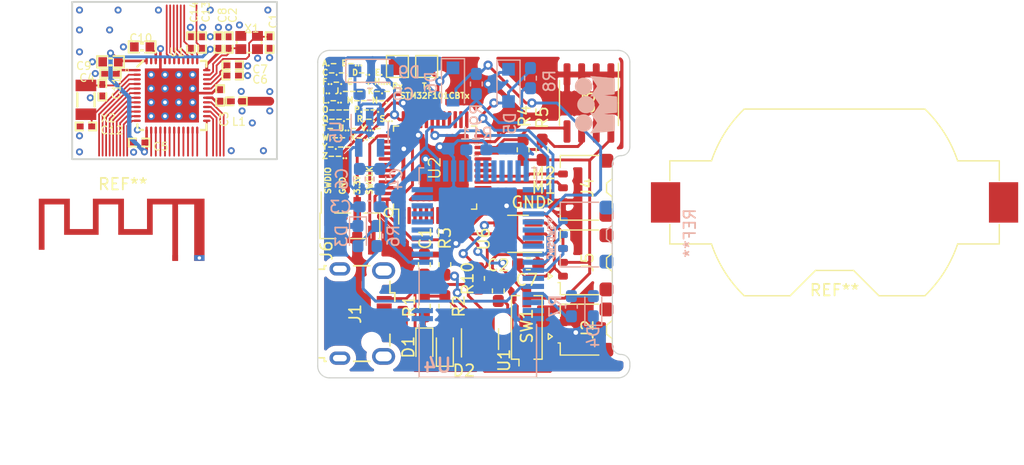
<source format=kicad_pcb>
(kicad_pcb (version 20171130) (host pcbnew "(5.1.5)-3")
  (layers (0 F.Cu signal) (31 B.Cu signal) (34 B.Paste user hide) (35 F.Paste user hide) (36 B.SilkS user) (37 F.SilkS user) (38 B.Mask user hide) (39 F.Mask user hide) (44 Edge.Cuts user))
  (net 0 "")
  (net 1 /STAT)
  (net 2 GND)
  (net 3 /VBAT)
  (net 4 /VCC)
  (net 5 /PROG)
  (net 6 "Net-(U2-Pad1)")
  (net 7 "Net-(U2-Pad2)")
  (net 8 "Net-(U2-Pad3)")
  (net 9 "Net-(U2-Pad4)")
  (net 10 "Net-(U2-Pad5)")
  (net 11 "Net-(U2-Pad6)")
  (net 12 "Net-(U2-Pad7)")
  (net 13 "Net-(U2-Pad11)")
  (net 14 "Net-(U2-Pad12)")
  (net 15 "Net-(U2-Pad13)")
  (net 16 "Net-(U2-Pad14)")
  (net 17 "Net-(U2-Pad15)")
  (net 18 "Net-(U2-Pad18)")
  (net 19 "Net-(U2-Pad19)")
  (net 20 "Net-(U2-Pad20)")
  (net 21 /SCL)
  (net 22 /SDA)
  (net 23 "Net-(U2-Pad25)")
  (net 24 "Net-(U2-Pad26)")
  (net 25 "Net-(U2-Pad27)")
  (net 26 "Net-(U2-Pad28)")
  (net 27 "Net-(U2-Pad29)")
  (net 28 "Net-(U2-Pad32)")
  (net 29 "Net-(U2-Pad33)")
  (net 30 /SWDIO)
  (net 31 /SWCLK)
  (net 32 "Net-(U2-Pad38)")
  (net 33 "Net-(U2-Pad39)")
  (net 34 "Net-(U2-Pad40)")
  (net 35 "Net-(U2-Pad41)")
  (net 36 "Net-(U2-Pad42)")
  (net 37 "Net-(U2-Pad43)")
  (net 38 "Net-(U2-Pad44)")
  (net 39 "Net-(U2-Pad45)")
  (net 40 "Net-(U2-Pad46)")
  (net 41 "Net-(D2-Pad2)")
  (net 42 /Tx)
  (net 43 /Rx)
  (net 44 /Motor1)
  (net 45 /Motor2)
  (net 46 /MainSwitch)
  (net 47 3.3V)
  (net 48 /CTS_3V)
  (net 49 /MODE_3V)
  (net 50 /DFU_3V)
  (net 51 /MODE_LED)
  (net 52 /CONNECTED_LED)
  (net 53 /SWDIO/RST_3V)
  (net 54 /FCTRYRST_3V)
  (net 55 DEC2)
  (net 56 DCC)
  (net 57 /TXD_3V)
  (net 58 "Net-(C5-Pad1)")
  (net 59 "Net-(D1-Pad1)")
  (net 60 "Net-(J1-Pad6)")
  (net 61 "Net-(J1-Pad4)")
  (net 62 "Net-(J1-Pad3)")
  (net 63 "Net-(J1-Pad2)")
  (net 64 "Net-(U4-Pad40)")
  (net 65 "Net-(U4-Pad37)")
  (net 66 "Net-(U4-Pad33)")
  (net 67 "Net-(U4-Pad32)")
  (net 68 "Net-(U4-Pad31)")
  (net 69 "Net-(U4-Pad30)")
  (net 70 /RTS_O)
  (net 71 "Net-(U4-Pad23)")
  (net 72 "Net-(U4-Pad22)")
  (net 73 "Net-(U4-Pad21)")
  (net 74 "Net-(U4-Pad20)")
  (net 75 "Net-(U4-Pad19)")
  (net 76 "Net-(U4-Pad17)")
  (net 77 "Net-(U4-Pad12)")
  (net 78 "Net-(U4-Pad11)")
  (net 79 "Net-(U4-Pad10)")
  (net 80 "Net-(U4-Pad9)")
  (net 81 "Net-(U4-Pad8)")
  (net 82 "Net-(U4-Pad7)")
  (net 83 "Net-(U4-Pad6)")
  (net 84 "Net-(U4-Pad5)")
  (net 85 "Net-(U4-Pad4)")
  (net 86 "Net-(U5-Pad4)")
  (net 87 /TOG-AHLB)
  (net 88 /SWCLK-BLE)
  (net 89 /VBAT-IN)
  (net 90 "Net-(D3-Pad2)")
  (net 91 "Net-(D4-Pad2)")
  (net 92 /TouchPad)
  (module XTAL_3215 (layer F.Cu) (at 65.52584 117.96238)
    (fp_text reference X2 hide)
    (fp_text value "" hide)
    (pad 1 smd rect (at 0 -1.24999 270) (size 1 1.8) (layers F.Cu))
    (pad 2 smd rect (at 0 1.25001 270) (size 1 1.8) (layers F.Cu))
  )
  (module INDC1005X04L (layer F.Cu) (at 78.60684 118.08938)
    (fp_text reference L1 hide)
    (fp_text value "" hide)
    (pad 1 smd rect (at -0.475 0 90) (size 0.5 0.65) (layers F.Cu))
    (pad 2 smd rect (at 0.475 0 90) (size 0.5 0.65) (layers F.Cu))
  )
  (module CAPC1005X04L (layer F.Cu) (at 75.61356 112.98385)
    (fp_text reference C13 hide)
    (fp_text value "" hide)
    (pad 2 smd rect (at 0 -0.5 180) (size 0.5 0.6) (layers F.Cu))
    (pad 1 smd rect (at 0 0.5 180) (size 0.5 0.6) (layers F.Cu))
  )
  (module CAPC1005X04L (layer F.Cu) (at 77.92488 112.98379)
    (fp_text reference C2 hide)
    (fp_text value "" hide)
    (pad 2 smd rect (at 0 -0.5 180) (size 0.5 0.6) (layers F.Cu))
    (pad 1 smd rect (at 0 0.5 180) (size 0.5 0.6) (layers F.Cu))
  )
  (module CAPC1005X04L (layer F.Cu) (at 66.94824 117.12418)
    (fp_text reference C11 hide)
    (fp_text value "" hide)
    (pad 2 smd rect (at 0 0.5) (size 0.5 0.6) (layers F.Cu))
    (pad 1 smd rect (at 0 -0.5) (size 0.5 0.6) (layers F.Cu))
  )
  (module CAPC1005X04L (layer F.Cu) (at 65.52584 120.27378)
    (fp_text reference C12 hide)
    (fp_text value "" hide)
    (pad 2 smd rect (at -0.50001 0 270) (size 0.5 0.6) (layers F.Cu))
    (pad 1 smd rect (at 0.49999 0 270) (size 0.5 0.6) (layers F.Cu))
  )
  (module CAPC1608X06L (layer F.Cu) (at 70.40656 113.36485)
    (fp_text reference C10 hide)
    (fp_text value "" hide)
    (pad 1 smd rect (at -0.675 0 90) (size 0.8 0.75) (layers F.Cu))
    (pad 2 smd rect (at 0.675 0 90) (size 0.8 0.75) (layers F.Cu))
  )
  (module CAPC1005X04L (layer F.Cu) (at 77.18444 117.58138)
    (fp_text reference C3 hide)
    (fp_text value "" hide)
    (pad 2 smd rect (at 0 0.5) (size 0.5 0.6) (layers F.Cu))
    (pad 1 smd rect (at 0 -0.5) (size 0.5 0.6) (layers F.Cu))
  )
  (module QFN40P600X600X90-48N (layer F.Cu) (at 72.99344 117.58138)
    (fp_text reference U1 hide)
    (fp_text value "Multi-protocol Bluetooth Low Energy, ANT and 2.4GHz proprietary system-on-chip" hide)
    (pad 1 smd oval (at -3.025 -2.2 90) (size 0.2 0.65) (layers F.Cu))
    (pad 2 smd oval (at -3.025 -1.8 90) (size 0.2 0.65) (layers F.Cu))
    (pad 3 smd oval (at -3.025 -1.4 90) (size 0.2 0.65) (layers F.Cu))
    (pad 4 smd oval (at -3.025 -1 90) (size 0.2 0.65) (layers F.Cu))
    (pad 5 smd oval (at -3.025 -0.6 90) (size 0.2 0.65) (layers F.Cu))
    (pad 6 smd oval (at -3.025 -0.2 90) (size 0.2 0.65) (layers F.Cu))
    (pad 7 smd oval (at -3.025 0.2 90) (size 0.2 0.65) (layers F.Cu))
    (pad 8 smd oval (at -3.025 0.6 90) (size 0.2 0.65) (layers F.Cu))
    (pad 9 smd oval (at -3.025 1 90) (size 0.2 0.65) (layers F.Cu))
    (pad 10 smd oval (at -3.025 1.4 90) (size 0.2 0.65) (layers F.Cu))
    (pad 11 smd oval (at -3.025 1.8 90) (size 0.2 0.65) (layers F.Cu))
    (pad 12 smd oval (at -3.025 2.2 90) (size 0.2 0.65) (layers F.Cu))
    (pad 13 smd oval (at -2.20001 3.025) (size 0.2 0.65) (layers F.Cu))
    (pad 14 smd oval (at -1.80001 3.025) (size 0.2 0.65) (layers F.Cu))
    (pad 15 smd oval (at -1.4 3.025) (size 0.2 0.65) (layers F.Cu))
    (pad 16 smd oval (at -1.00001 3.025) (size 0.2 0.65) (layers F.Cu))
    (pad 17 smd oval (at -0.60001 3.025) (size 0.2 0.65) (layers F.Cu))
    (pad 18 smd oval (at -0.2 3.025) (size 0.2 0.65) (layers F.Cu))
    (pad 19 smd oval (at 0.2 3.025) (size 0.2 0.65) (layers F.Cu))
    (pad 20 smd oval (at 0.6 3.025) (size 0.2 0.65) (layers F.Cu))
    (pad 21 smd oval (at 1 3.025) (size 0.2 0.65) (layers F.Cu))
    (pad 22 smd oval (at 1.4 3.025) (size 0.2 0.65) (layers F.Cu))
    (pad 23 smd oval (at 1.8 3.025) (size 0.2 0.65) (layers F.Cu))
    (pad 24 smd oval (at 2.2 3.025) (size 0.2 0.65) (layers F.Cu))
    (pad 25 smd oval (at 3.025 2.2 90) (size 0.2 0.65) (layers F.Cu))
    (pad 26 smd oval (at 3.025 1.8 90) (size 0.2 0.65) (layers F.Cu))
    (pad 27 smd oval (at 3.025 1.4 90) (size 0.2 0.65) (layers F.Cu))
    (pad 28 smd oval (at 3.025 1 90) (size 0.2 0.65) (layers F.Cu))
    (pad 29 smd oval (at 3.025 0.6 90) (size 0.2 0.65) (layers F.Cu))
    (pad 30 smd oval (at 3.025 0.2 90) (size 0.2 0.65) (layers F.Cu))
    (pad 31 smd oval (at 3.025 -0.2 90) (size 0.2 0.65) (layers F.Cu))
    (pad 32 smd oval (at 3.025 -0.6 90) (size 0.2 0.65) (layers F.Cu))
    (pad 33 smd oval (at 3.025 -1 90) (size 0.2 0.65) (layers F.Cu))
    (pad 34 smd oval (at 3.025 -1.4 90) (size 0.2 0.65) (layers F.Cu))
    (pad 35 smd oval (at 3.025 -1.8 90) (size 0.2 0.65) (layers F.Cu))
    (pad 36 smd oval (at 3.025 -2.2 90) (size 0.2 0.65) (layers F.Cu))
    (pad 37 smd oval (at 2.2 -3.025) (size 0.2 0.65) (layers F.Cu))
    (pad 38 smd oval (at 1.79999 -3.025) (size 0.2 0.65) (layers F.Cu))
    (pad 39 smd oval (at 1.4 -3.025) (size 0.2 0.65) (layers F.Cu))
    (pad 40 smd oval (at 1 -3.025) (size 0.2 0.65) (layers F.Cu))
    (pad 41 smd oval (at 0.59999 -3.025) (size 0.2 0.65) (layers F.Cu))
    (pad 42 smd oval (at 0.2 -3.025) (size 0.2 0.65) (layers F.Cu))
    (pad 43 smd oval (at -0.20001 -3.025) (size 0.2 0.65) (layers F.Cu))
    (pad 44 smd oval (at -0.60001 -3.025) (size 0.2 0.65) (layers F.Cu))
    (pad 45 smd oval (at -1.00001 -3.025) (size 0.2 0.65) (layers F.Cu))
    (pad 46 smd oval (at -1.40001 -3.025) (size 0.2 0.65) (layers F.Cu))
    (pad 47 smd oval (at -1.80001 -3.025) (size 0.2 0.65) (layers F.Cu))
    (pad 48 smd oval (at -2.20001 -3.025) (size 0.2 0.65) (layers F.Cu))
    (pad 49 smd rect (at 0 0) (size 4.7 4.7) (layers F.Cu))
  )
  (module CAPC1005X04L (layer F.Cu) (at 67.65944 115.70178)
    (fp_text reference C4 hide)
    (fp_text value "" hide)
    (pad 2 smd rect (at -0.50001 0 270) (size 0.5 0.6) (layers F.Cu))
    (pad 1 smd rect (at 0.49999 0 270) (size 0.5 0.6) (layers F.Cu))
  )
  (module CAPC1005X04L (layer F.Cu) (at 78.27664 115.85418)
    (fp_text reference C6 hide)
    (fp_text value "Not mounted" hide)
    (pad 2 smd rect (at -0.50001 0 270) (size 0.5 0.6) (layers F.Cu))
    (pad 1 smd rect (at 0.49999 0 270) (size 0.5 0.6) (layers F.Cu))
  )
  (module CAPC1005X04L (layer F.Cu) (at 74.64836 112.98158)
    (fp_text reference C14 hide)
    (fp_text value "" hide)
    (pad 1 smd rect (at 0 0.5 180) (size 0.5 0.6) (layers F.Cu))
    (pad 2 smd rect (at 0 -0.5 180) (size 0.5 0.6) (layers F.Cu))
  )
  (module CAPC1005X04L (layer F.Cu) (at 77.03588 112.98379)
    (fp_text reference C8 hide)
    (fp_text value "" hide)
    (pad 2 smd rect (at 0 -0.5 180) (size 0.5 0.6) (layers F.Cu))
    (pad 1 smd rect (at 0 0.5 180) (size 0.5 0.6) (layers F.Cu))
  )
  (module CAPC1005X04L (layer F.Cu) (at 81.48088 112.98379)
    (fp_text reference C1 hide)
    (fp_text value "" hide)
    (pad 2 smd rect (at 0 0.5) (size 0.5 0.6) (layers F.Cu))
    (pad 1 smd rect (at 0 -0.5) (size 0.5 0.6) (layers F.Cu))
  )
  (module CAPC1005X04L (layer F.Cu) (at 70.14864 121.67078)
    (fp_text reference C5 hide)
    (fp_text value "" hide)
    (pad 2 smd rect (at -0.50001 0 270) (size 0.5 0.6) (layers F.Cu))
    (pad 1 smd rect (at 0.49999 0 270) (size 0.5 0.6) (layers F.Cu))
  )
  (module CAPC1608X06L (layer F.Cu) (at 67.65944 114.66038)
    (fp_text reference C9 hide)
    (fp_text value "" hide)
    (pad 1 smd rect (at 0.675 0 270) (size 0.8 0.75) (layers F.Cu))
    (pad 2 smd rect (at -0.675 0 270) (size 0.8 0.75) (layers F.Cu))
  )
  (module BT-XTAL_2016 (layer F.Cu) (at 79.70288 112.98379)
    (fp_text reference X1 hide)
    (fp_text value "" hide)
    (pad 3 smd rect (at -0.725 0.575 180) (size 0.95 0.85) (layers F.Cu))
    (pad 2 smd rect (at -0.725 -0.575 180) (size 0.95 0.85) (layers F.Cu))
    (pad 1 smd rect (at 0.725 -0.575 180) (size 0.95 0.85) (layers F.Cu))
    (pad 4 smd rect (at 0.725 0.575 180) (size 0.95 0.85) (layers F.Cu))
  )
  (module CAPC1005X04L (layer F.Cu) (at 78.27664 114.96518)
    (fp_text reference C7 hide)
    (fp_text value "" hide)
    (pad 2 smd rect (at 0.5 0 90) (size 0.5 0.6) (layers F.Cu))
    (pad 1 smd rect (at -0.5 0 90) (size 0.5 0.6) (layers F.Cu))
  )
  (module RF_Antenna:Texas_SWRA117D_2.4GHz_Left (layer F.Cu) (at 73.279 131.699)
    (fp_text reference REF** (at -4.55 -6.41) (layer F.SilkS))
    (fp_text value Texas_SWRA117D_2.4GHz_Left)
    (fp_poly (pts (xy -2.45 -2.51) (xy -4.45 -2.51) (xy -4.45 -5.15) (xy -7.15 -5.15) (xy -7.15 -2.51) (xy -9.15 -2.51) (xy -9.15 -5.15) (xy -11.85 -5.15) (xy -11.85 -0.71) (xy -11.35 -0.71) (xy -11.35 -4.65) (xy -9.65 -4.65) (xy -9.65 -2.01) (xy -6.65 -2.01) (xy -6.65 -4.65) (xy -4.95 -4.65) (xy -4.95 -2.01) (xy -1.95 -2.01) (xy -1.95 -4.65) (xy -0.25 -4.65) (xy -0.25 0.25) (xy 0.25 0.25) (xy 0.25 -4.65) (xy 1.65 -4.65) (xy 1.65 0.25) (xy 2.55 0.25) (xy 2.55 0.006785) (xy 2.247583 0.006785) (xy 2.237742 0.054395) (xy 2.213674 0.096797) (xy 2.175731 0.129581) (xy 2.167819 0.133935) (xy 2.125156 0.146043) (xy 2.076637 0.1453) (xy 2.031122 0.1324) (xy 2.012511 0.121787) (xy 1.978868 0.086553) (xy 1.958309 0.041368) (xy 1.951778 -0.008158) (xy 1.960218 -0.056417) (xy 1.977112 -0.088643) (xy 2.012372 -0.121313) (xy 2.057682 -0.141408) (xy 2.107267 -0.147982) (xy 2.155353 -0.140092) (xy 2.188245 -0.123186) (xy 2.223185 -0.086416) (xy 2.242847 -0.041622) (xy 2.247583 0.006785) (xy 2.55 0.006785) (xy 2.55 -5.15) (xy -2.45 -5.15) (xy -2.45 -2.51)) (layer F.Cu) (width 0))
    (pad 1 connect rect (at 0 0) (size 0.5 0.5) (layers F.Cu))
    (pad 2 thru_hole rect (at 2.1 0) (size 0.9 0.5) (drill 0.3) (layers *.Cu))
  )
  (module Battery:BatteryHolder_Keystone_1058_1x2032 (layer F.Cu) (at 130.556 126.873)
    (fp_text reference REF** (at 0 7.62) (layer F.SilkS))
    (fp_text value BatteryHolder_Keystone_1058_1x2032)
    (pad 2 smd rect (at 14.68 0) (size 2.54 3.51) (layers F.Cu F.Paste F.Mask))
    (pad 1 smd rect (at -14.68 0) (size 2.54 3.51) (layers F.Cu F.Paste F.Mask))
  )
  (module Connector_JST:JST_ACH_BM03B-ACHSS-GAN-ETF_1x03-1MP_P1.20mm_Vertical (layer F.Cu) (at 108.839 132.08 90)
    (fp_text reference J5 (at 0 0.254 90) (layer F.SilkS))
    (fp_text value Conn_01x03)
    (pad MP smd roundrect (at 2.35 1.9 90) (size 1.2 1.2) (layers F.Cu F.Paste F.Mask))
    (pad MP smd roundrect (at -2.35 1.9 90) (size 1.2 1.2) (layers F.Cu F.Paste F.Mask))
    (pad 3 smd roundrect (at 1.2 -1.875 90) (size 0.6 0.85) (layers F.Cu F.Paste F.Mask) (net 46 /MainSwitch))
    (pad 2 smd roundrect (at 0 -1.875 90) (size 0.6 0.85) (layers F.Cu F.Paste F.Mask) (net 3 /VBAT))
    (pad 1 smd roundrect (at -1.2 -1.875 90) (size 0.6 0.85) (layers F.Cu F.Paste F.Mask) (net 92 /TouchPad))
  )
  (module Capacitor_SMD:C_0603_1608Metric_Pad1.05x0.95mm_HandSolder (layer F.Cu) (at 103.9495 132.207)
    (fp_text reference C7 (at -0.127 1.397) (layer F.SilkS))
    (fp_text value 22pF hide)
    (pad 2 smd roundrect (at 0.875 0) (size 1.05 0.95) (layers F.Cu F.Paste F.Mask) (net 2 GND))
    (pad 1 smd roundrect (at -0.875 0) (size 1.05 0.95) (layers F.Cu F.Paste F.Mask) (net 92 /TouchPad))
  )
  (module Resistor_SMD:R_0603_1608Metric_Pad1.05x0.95mm_HandSolder (layer F.Cu) (at 99.6315 133.477 270)
    (fp_text reference R10 (at 0 0.9525 90) (layer F.SilkS))
    (fp_text value 1K hide)
    (pad 1 smd roundrect (at -0.875 0 270) (size 1.05 0.95) (layers F.Cu F.Paste F.Mask) (net 87 /TOG-AHLB))
    (pad 2 smd roundrect (at 0.875 0 270) (size 1.05 0.95) (layers F.Cu F.Paste F.Mask) (net 2 GND))
  )
  (module Package_TO_SOT_SMD:SOT-23-6_Handsoldering (layer F.Cu) (at 103.0605 129.6035 180)
    (fp_text reference U6 (at 2.9845 -0.4445 270) (layer F.SilkS))
    (fp_text value AT42QT1010-TSHR)
    (pad 5 smd rect (at 1.35 0 180) (size 1.56 0.65) (layers F.Cu F.Paste F.Mask) (net 3 /VBAT))
    (pad 6 smd rect (at 1.35 -0.95 180) (size 1.56 0.65) (layers F.Cu F.Paste F.Mask) (net 87 /TOG-AHLB))
    (pad 4 smd rect (at 1.35 0.95 180) (size 1.56 0.65) (layers F.Cu F.Paste F.Mask) (net 87 /TOG-AHLB))
    (pad 3 smd rect (at -1.35 0.95 180) (size 1.56 0.65) (layers F.Cu F.Paste F.Mask) (net 92 /TouchPad))
    (pad 2 smd rect (at -1.35 0 180) (size 1.56 0.65) (layers F.Cu F.Paste F.Mask) (net 2 GND))
    (pad 1 smd rect (at -1.35 -0.95 180) (size 1.56 0.65) (layers F.Cu F.Paste F.Mask) (net 46 /MainSwitch))
  )
  (module Connector_PinHeader_1.27mm:PinHeader_1x04_P1.27mm_Vertical_SMD_Pin1Right (layer F.Cu) (at 88.4555 128.905 90)
    (fp_text reference J6 (at -2.159 -2.032 90) (layer F.SilkS))
    (fp_text value Conn_01x04_Female)
    (pad 3 smd rect (at 1.25 0.635 90) (size 2.5 0.65) (layers F.Cu F.Paste F.Mask) (net 3 /VBAT))
    (pad 1 smd rect (at 1.25 -1.905 90) (size 2.5 0.65) (layers F.Cu F.Paste F.Mask) (net 30 /SWDIO))
    (pad 4 smd rect (at -1.25 1.905 90) (size 2.5 0.65) (layers F.Cu F.Paste F.Mask) (net 31 /SWCLK))
    (pad 2 smd rect (at -1.25 -0.635 90) (size 2.5 0.65) (layers F.Cu F.Paste F.Mask) (net 2 GND))
  )
  (module Button_Switch_SMD:SW_DIP_SPSTx01_Slide_Copal_CHS-01A_W5.08mm_P1.27mm_JPin (layer F.Cu) (at 103.8225 137.7315 90)
    (fp_text reference SW1 (at 0.127 0 90) (layer F.SilkS))
    (fp_text value SW_DIP_x01)
    (pad 2 smd rect (at 2.54 0 90) (size 1.6 0.76) (layers F.Cu F.Paste F.Mask) (net 3 /VBAT))
    (pad 1 smd rect (at -2.54 0 90) (size 1.6 0.76) (layers F.Cu F.Paste F.Mask) (net 89 /VBAT-IN))
  )
  (module Resistor_SMD:R_0603_1608Metric_Pad1.05x0.95mm_HandSolder (layer B.Cu) (at 99.441 122.301)
    (fp_text reference R11 (at 0 -1.397) (layer B.SilkS) (effects (justify mirror)))
    (fp_text value 2K)
    (pad 1 smd roundrect (at -0.875 0) (size 1.05 0.95) (layers B.Cu B.Paste B.Mask) (net 49 /MODE_3V))
    (pad 2 smd roundrect (at 0.875 0) (size 1.05 0.95) (layers B.Cu B.Paste B.Mask) (net 2 GND))
  )
  (module TestPoint:TestPoint_Pad_1.5x1.5mm (layer F.Cu) (at 92.583 115.062)
    (fp_text reference Rx (at 0 1.7145 180) (layer F.SilkS) (effects (font (size 0.5 0.5) (thickness 0.125))))
    (fp_text value TestPoint_Pad_1.5x1.5mm)
    (pad 1 smd rect (at 0 0) (size 1.5 1.5) (layers F.Cu F.Mask) (net 43 /Rx))
  )
  (module TestPoint:TestPoint_Pad_1.5x1.5mm (layer F.Cu) (at 95.123 115.062)
    (fp_text reference Tx (at 0 1.7145) (layer F.SilkS) (effects (font (size 0.5 0.5) (thickness 0.125))))
    (fp_text value TestPoint_Pad_1.5x1.5mm)
    (pad 1 smd rect (at 0 0) (size 1.5 1.5) (layers F.Cu F.Mask) (net 42 /Tx))
  )
  (module Connector_JST:JST_ACH_BM03B-ACHSS-GAN-ETF_1x03-1MP_P1.20mm_Vertical (layer B.Cu) (at 108.839 129.667 270)
    (fp_text reference REF** (at -0.127 -9.144 90) (layer B.SilkS) (effects (justify mirror)))
    (fp_text value JST_ACH_BM03B-ACHSS-GAN-ETF_1x03-1MP_P1.20mm_Vertical)
    (pad MP smd roundrect (at 2.35 -1.9 270) (size 1.2 1.2) (layers B.Cu B.Paste B.Mask))
    (pad MP smd roundrect (at -2.35 -1.9 270) (size 1.2 1.2) (layers B.Cu B.Paste B.Mask))
    (pad 3 smd roundrect (at 1.2 1.875 270) (size 0.6 0.85) (layers B.Cu B.Paste B.Mask) (net 88 /SWCLK-BLE))
    (pad 2 smd roundrect (at 0 1.875 270) (size 0.6 0.85) (layers B.Cu B.Paste B.Mask) (net 53 /SWDIO/RST_3V))
    (pad 1 smd roundrect (at -1.2 1.875 270) (size 0.6 0.85) (layers B.Cu B.Paste B.Mask) (net 54 /FCTRYRST_3V))
  )
  (module Connector_JST:JST_ACH_BM03B-ACHSS-GAN-ETF_1x03-1MP_P1.20mm_Vertical (layer F.Cu) (at 108.839 125.603 90)
    (fp_text reference J4 (at 0 0.254 90) (layer F.SilkS))
    (fp_text value Conn_01x03)
    (pad 1 smd roundrect (at -1.2 -1.875 90) (size 0.6 0.85) (layers F.Cu F.Paste F.Mask) (net 2 GND))
    (pad 2 smd roundrect (at 0 -1.875 90) (size 0.6 0.85) (layers F.Cu F.Paste F.Mask) (net 44 /Motor1))
    (pad 3 smd roundrect (at 1.2 -1.875 90) (size 0.6 0.85) (layers F.Cu F.Paste F.Mask) (net 45 /Motor2))
    (pad MP smd roundrect (at -2.35 1.9 90) (size 1.2 1.2) (layers F.Cu F.Paste F.Mask))
    (pad MP smd roundrect (at 2.35 1.9 90) (size 1.2 1.2) (layers F.Cu F.Paste F.Mask))
  )
  (module Package_TO_SOT_SMD:SOT-23-5_HandSoldering (layer B.Cu) (at 90.17 120.777 270)
    (fp_text reference U5 (at 0 2.9 270) (layer B.SilkS) (effects (justify mirror)))
    (fp_text value MIC5225-3.3)
    (pad 5 smd rect (at 1.35 0.95 270) (size 1.56 0.65) (layers B.Cu B.Paste B.Mask) (net 47 3.3V))
    (pad 4 smd rect (at 1.35 -0.95 270) (size 1.56 0.65) (layers B.Cu B.Paste B.Mask) (net 86 "Net-(U5-Pad4)"))
    (pad 3 smd rect (at -1.35 -0.95 270) (size 1.56 0.65) (layers B.Cu B.Paste B.Mask) (net 58 "Net-(C5-Pad1)"))
    (pad 2 smd rect (at -1.35 0 270) (size 1.56 0.65) (layers B.Cu B.Paste B.Mask) (net 2 GND))
    (pad 1 smd rect (at -1.35 0.95 270) (size 1.56 0.65) (layers B.Cu B.Paste B.Mask) (net 58 "Net-(C5-Pad1)"))
  )
  (module Diode_SMD:D_SOD-123F (layer B.Cu) (at 97.409 116.586 270)
    (fp_text reference D6 (at -0.127 1.905 90) (layer B.SilkS) (effects (justify mirror)))
    (fp_text value 1N4148)
    (pad 1 smd rect (at -1.4 0 270) (size 1.1 1.1) (layers B.Cu B.Paste B.Mask) (net 42 /Tx))
    (pad 2 smd rect (at 1.4 0 270) (size 1.1 1.1) (layers B.Cu B.Paste B.Mask) (net 57 /TXD_3V))
  )
  (module Diode_SMD:D_SOD-123F (layer B.Cu) (at 102.235 116.71 270)
    (fp_text reference D5 (at 3.305 -0.127 90) (layer B.SilkS) (effects (justify mirror)))
    (fp_text value 1N4148)
    (pad 1 smd rect (at -1.4 0 270) (size 1.1 1.1) (layers B.Cu B.Paste B.Mask) (net 2 GND))
    (pad 2 smd rect (at 1.4 0 270) (size 1.1 1.1) (layers B.Cu B.Paste B.Mask) (net 48 /CTS_3V))
  )
  (module Diode_SMD:D_SOD-123F (layer B.Cu) (at 90.297 115.443)
    (fp_text reference D9 (at 3.302 0.127) (layer B.SilkS) (effects (justify mirror)))
    (fp_text value MBR120)
    (pad 1 smd rect (at -1.4 0) (size 1.1 1.1) (layers B.Cu B.Paste B.Mask) (net 58 "Net-(C5-Pad1)"))
    (pad 2 smd rect (at 1.4 0) (size 1.1 1.1) (layers B.Cu B.Paste B.Mask) (net 3 /VBAT))
  )
  (module Connector_JST:JST_ACH_BM02B-ACHSS-GAN-ETF_1x02-1MP_P1.20mm_Vertical (layer F.Cu) (at 108.839 137.922 90)
    (fp_text reference J2 (at 0 0.254 90) (layer F.SilkS))
    (fp_text value "Conn_01x02_Male LiPo Battery")
    (pad MP smd roundrect (at 1.75 1.9 90) (size 1.2 1.2) (layers F.Cu F.Paste F.Mask))
    (pad MP smd roundrect (at -1.75 1.9 90) (size 1.2 1.2) (layers F.Cu F.Paste F.Mask))
    (pad 2 smd roundrect (at 0.6 -1.875 90) (size 0.6 0.85) (layers F.Cu F.Paste F.Mask) (net 2 GND))
    (pad 1 smd roundrect (at -0.6 -1.875 90) (size 0.6 0.85) (layers F.Cu F.Paste F.Mask) (net 89 /VBAT-IN))
  )
  (module Resistor_SMD:R_0603_1608Metric_Pad1.05x0.95mm_HandSolder (layer B.Cu) (at 99.441 116.586 270)
    (fp_text reference R9 (at 2.667 0 90) (layer B.SilkS) (effects (justify mirror)))
    (fp_text value 100K)
    (pad 2 smd roundrect (at 0.875 0 270) (size 1.05 0.95) (layers B.Cu B.Paste B.Mask) (net 47 3.3V))
    (pad 1 smd roundrect (at -0.875 0 270) (size 1.05 0.95) (layers B.Cu B.Paste B.Mask) (net 57 /TXD_3V))
  )
  (module Resistor_SMD:R_0603_1608Metric_Pad1.05x0.95mm_HandSolder (layer B.Cu) (at 104.14 116.078 270)
    (fp_text reference R8 (at 0.254 -1.651 90) (layer B.SilkS) (effects (justify mirror)))
    (fp_text value 100K)
    (pad 1 smd roundrect (at -0.875 0 270) (size 1.05 0.95) (layers B.Cu B.Paste B.Mask) (net 48 /CTS_3V))
    (pad 2 smd roundrect (at 0.875 0 270) (size 1.05 0.95) (layers B.Cu B.Paste B.Mask) (net 47 3.3V))
  )
  (module Resistor_SMD:R_0603_1608Metric_Pad1.05x0.95mm_HandSolder (layer B.Cu) (at 107.696 135.89 90)
    (fp_text reference R7 (at 0 -1.397 90) (layer B.SilkS) (effects (justify mirror)))
    (fp_text value 1K)
    (pad 2 smd roundrect (at 0.875 0 90) (size 1.05 0.95) (layers B.Cu B.Paste B.Mask) (net 91 "Net-(D4-Pad2)"))
    (pad 1 smd roundrect (at -0.875 0 90) (size 1.05 0.95) (layers B.Cu B.Paste B.Mask) (net 52 /CONNECTED_LED))
  )
  (module Resistor_SMD:R_0603_1608Metric_Pad1.05x0.95mm_HandSolder (layer B.Cu) (at 90.805 129.794 90)
    (fp_text reference R6 (at 0 1.43 90) (layer B.SilkS) (effects (justify mirror)))
    (fp_text value 1K)
    (pad 1 smd roundrect (at -0.875 0 90) (size 1.05 0.95) (layers B.Cu B.Paste B.Mask) (net 51 /MODE_LED))
    (pad 2 smd roundrect (at 0.875 0 90) (size 1.05 0.95) (layers B.Cu B.Paste B.Mask) (net 90 "Net-(D3-Pad2)"))
  )
  (module Capacitor_SMD:C_0603_1608Metric_Pad1.05x0.95mm_HandSolder (layer B.Cu) (at 90.17 127.254 180)
    (fp_text reference C3 (at 2.54 0) (layer B.SilkS) (effects (justify mirror)))
    (fp_text value 1uF)
    (pad 2 smd roundrect (at 0.875 0 180) (size 1.05 0.95) (layers B.Cu B.Paste B.Mask) (net 2 GND))
    (pad 1 smd roundrect (at -0.875 0 180) (size 1.05 0.95) (layers B.Cu B.Paste B.Mask) (net 47 3.3V))
  )
  (module Capacitor_SMD:C_0603_1608Metric_Pad1.05x0.95mm_HandSolder (layer B.Cu) (at 89.281 124.841 90)
    (fp_text reference C6 (at 0 -1.524 90) (layer B.SilkS) (effects (justify mirror)))
    (fp_text value 10uF)
    (pad 2 smd roundrect (at 0.875 0 90) (size 1.05 0.95) (layers B.Cu B.Paste B.Mask) (net 2 GND))
    (pad 1 smd roundrect (at -0.875 0 90) (size 1.05 0.95) (layers B.Cu B.Paste B.Mask) (net 47 3.3V))
  )
  (module Capacitor_SMD:C_0603_1608Metric_Pad1.05x0.95mm_HandSolder (layer B.Cu) (at 91.059 124.841 90)
    (fp_text reference C4 (at 0 1.43 90) (layer B.SilkS) (effects (justify mirror)))
    (fp_text value 1uF)
    (pad 2 smd roundrect (at 0.875 0 90) (size 1.05 0.95) (layers B.Cu B.Paste B.Mask) (net 2 GND))
    (pad 1 smd roundrect (at -0.875 0 90) (size 1.05 0.95) (layers B.Cu B.Paste B.Mask) (net 47 3.3V))
  )
  (module Capacitor_SMD:C_0603_1608Metric_Pad1.05x0.95mm_HandSolder (layer B.Cu) (at 90.17 117.475)
    (fp_text reference C5 (at 2.921 0) (layer B.SilkS) (effects (justify mirror)))
    (fp_text value 10uF)
    (pad 2 smd roundrect (at 0.875 0) (size 1.05 0.95) (layers B.Cu B.Paste B.Mask) (net 2 GND))
    (pad 1 smd roundrect (at -0.875 0) (size 1.05 0.95) (layers B.Cu B.Paste B.Mask) (net 58 "Net-(C5-Pad1)"))
  )
  (module Diode_SMD:D_0603_1608Metric_Pad1.05x0.95mm_HandSolder (layer B.Cu) (at 109.601 135.89 90)
    (fp_text reference D4 (at -2.667 0 90) (layer B.SilkS) (effects (justify mirror)))
    (fp_text value "LED BLUE")
    (pad 2 smd roundrect (at 0.875 0 90) (size 1.05 0.95) (layers B.Cu B.Paste B.Mask) (net 91 "Net-(D4-Pad2)"))
    (pad 1 smd roundrect (at -0.875 0 90) (size 1.05 0.95) (layers B.Cu B.Paste B.Mask) (net 2 GND))
  )
  (module Diode_SMD:D_0603_1608Metric_Pad1.05x0.95mm_HandSolder (layer B.Cu) (at 89.154 129.794 270)
    (fp_text reference D3 (at 0 1.43 90) (layer B.SilkS) (effects (justify mirror)))
    (fp_text value "LED RED")
    (pad 2 smd roundrect (at 0.875 0 270) (size 1.05 0.95) (layers B.Cu B.Paste B.Mask) (net 90 "Net-(D3-Pad2)"))
    (pad 1 smd roundrect (at -0.875 0 270) (size 1.05 0.95) (layers B.Cu B.Paste B.Mask) (net 2 GND))
  )
  (module BLE_MODULE_RAYTAC_MDBT40 (layer B.Cu) (at 99.568 132.969)
    (fp_text reference U4 (at -4.866 8.763) (layer B.SilkS) (effects (font (size 1.2065 1.2065) (thickness 0.21717)) (justify right bottom mirror)))
    (fp_text value NRF51822_MODULE_MDBT40)
    (pad "" np_thru_hole circle (at 2.2 4.45) (size 0.9 0.9) (drill 0.9) (layers *.Cu *.Mask))
    (pad 42 smd rect (at 4.825 4) (size 1.85 0.45) (layers B.Cu B.Paste B.Mask) (net 2 GND))
    (pad 41 smd rect (at 4.825 3.3) (size 1.85 0.45) (layers B.Cu B.Paste B.Mask) (net 55 DEC2))
    (pad 40 smd rect (at 4.825 2.6) (size 1.85 0.45) (layers B.Cu B.Paste B.Mask) (net 64 "Net-(U4-Pad40)"))
    (pad 39 smd rect (at 4.825 1.9) (size 1.85 0.45) (layers B.Cu B.Paste B.Mask) (net 52 /CONNECTED_LED))
    (pad 38 smd rect (at 4.825 1.2) (size 1.85 0.45) (layers B.Cu B.Paste B.Mask) (net 51 /MODE_LED))
    (pad 37 smd rect (at 4.825 0.5) (size 1.85 0.45) (layers B.Cu B.Paste B.Mask) (net 65 "Net-(U4-Pad37)"))
    (pad 36 smd rect (at 4.825 -0.2) (size 1.85 0.45) (layers B.Cu B.Paste B.Mask) (net 88 /SWCLK-BLE))
    (pad 35 smd rect (at 4.825 -0.9) (size 1.85 0.45) (layers B.Cu B.Paste B.Mask) (net 53 /SWDIO/RST_3V))
    (pad 34 smd rect (at 4.825 -1.6) (size 1.85 0.45) (layers B.Cu B.Paste B.Mask) (net 54 /FCTRYRST_3V))
    (pad 33 smd rect (at 4.825 -2.3) (size 1.85 0.45) (layers B.Cu B.Paste B.Mask) (net 66 "Net-(U4-Pad33)"))
    (pad 32 smd rect (at 4.825 -3) (size 1.85 0.45) (layers B.Cu B.Paste B.Mask) (net 67 "Net-(U4-Pad32)"))
    (pad 31 smd rect (at 4.825 -3.7) (size 1.85 0.45) (layers B.Cu B.Paste B.Mask) (net 68 "Net-(U4-Pad31)"))
    (pad 30 smd rect (at 4.825 -4.4) (size 1.85 0.45) (layers B.Cu B.Paste B.Mask) (net 69 "Net-(U4-Pad30)"))
    (pad 29 smd rect (at 4.825 -5.1) (size 1.85 0.45) (layers B.Cu B.Paste B.Mask) (net 57 /TXD_3V))
    (pad 28 smd rect (at 4.825 -5.8) (size 1.85 0.45) (layers B.Cu B.Paste B.Mask) (net 48 /CTS_3V))
    (pad 27 smd rect (at 4.825 -6.5) (size 1.85 0.45) (layers B.Cu B.Paste B.Mask) (net 43 /Rx))
    (pad 26 smd rect (at 4.825 -7.2) (size 1.85 0.45) (layers B.Cu B.Paste B.Mask) (net 70 /RTS_O))
    (pad 25 smd rect (at 4.2 -8.825 270) (size 1.85 0.45) (layers B.Cu B.Paste B.Mask) (net 2 GND))
    (pad 24 smd rect (at 3.5 -8.825 270) (size 1.85 0.45) (layers B.Cu B.Paste B.Mask) (net 50 /DFU_3V))
    (pad 23 smd rect (at 2.8 -8.825 270) (size 1.85 0.45) (layers B.Cu B.Paste B.Mask) (net 71 "Net-(U4-Pad23)"))
    (pad 22 smd rect (at 2.1 -8.825 270) (size 1.85 0.45) (layers B.Cu B.Paste B.Mask) (net 72 "Net-(U4-Pad22)"))
    (pad 21 smd rect (at 1.4 -8.825 270) (size 1.85 0.45) (layers B.Cu B.Paste B.Mask) (net 73 "Net-(U4-Pad21)"))
    (pad 20 smd rect (at 0.7 -8.825 270) (size 1.85 0.45) (layers B.Cu B.Paste B.Mask) (net 74 "Net-(U4-Pad20)"))
    (pad 19 smd rect (at 0 -8.825 270) (size 1.85 0.45) (layers B.Cu B.Paste B.Mask) (net 75 "Net-(U4-Pad19)"))
    (pad 18 smd rect (at -0.7 -8.825 270) (size 1.85 0.45) (layers B.Cu B.Paste B.Mask) (net 49 /MODE_3V))
    (pad 17 smd rect (at -1.4 -8.825 270) (size 1.85 0.45) (layers B.Cu B.Paste B.Mask) (net 76 "Net-(U4-Pad17)"))
    (pad 16 smd rect (at -2.1 -8.825 270) (size 1.85 0.45) (layers B.Cu B.Paste B.Mask) (net 2 GND))
    (pad 15 smd rect (at -2.8 -8.825 270) (size 1.85 0.45) (layers B.Cu B.Paste B.Mask) (net 56 DCC))
    (pad 14 smd rect (at -3.5 -8.825 270) (size 1.85 0.45) (layers B.Cu B.Paste B.Mask) (net 47 3.3V))
    (pad 13 smd rect (at -4.2 -8.825 270) (size 1.85 0.45) (layers B.Cu B.Paste B.Mask) (net 2 GND))
    (pad 12 smd rect (at -4.825 -7.2) (size 1.85 0.45) (layers B.Cu B.Paste B.Mask) (net 77 "Net-(U4-Pad12)"))
    (pad 11 smd rect (at -4.825 -6.5) (size 1.85 0.45) (layers B.Cu B.Paste B.Mask) (net 78 "Net-(U4-Pad11)"))
    (pad 10 smd rect (at -4.825 -5.8) (size 1.85 0.45) (layers B.Cu B.Paste B.Mask) (net 79 "Net-(U4-Pad10)"))
    (pad 9 smd rect (at -4.825 -5.1) (size 1.85 0.45) (layers B.Cu B.Paste B.Mask) (net 80 "Net-(U4-Pad9)"))
    (pad 8 smd rect (at -4.825 -4.4) (size 1.85 0.45) (layers B.Cu B.Paste B.Mask) (net 81 "Net-(U4-Pad8)"))
    (pad 7 smd rect (at -4.825 -3.7) (size 1.85 0.45) (layers B.Cu B.Paste B.Mask) (net 82 "Net-(U4-Pad7)"))
    (pad 6 smd rect (at -4.825 -3) (size 1.85 0.45) (layers B.Cu B.Paste B.Mask) (net 83 "Net-(U4-Pad6)"))
    (pad 5 smd rect (at -4.825 -2.3) (size 1.85 0.45) (layers B.Cu B.Paste B.Mask) (net 84 "Net-(U4-Pad5)"))
    (pad 4 smd rect (at -4.825 -1.6) (size 1.85 0.45) (layers B.Cu B.Paste B.Mask) (net 85 "Net-(U4-Pad4)"))
    (pad 3 smd rect (at -4.825 -0.9) (size 1.85 0.45) (layers B.Cu B.Paste B.Mask) (net 47 3.3V))
    (pad 2 smd rect (at -4.825 3.3) (size 1.85 0.45) (layers B.Cu B.Paste B.Mask) (net 2 GND))
    (pad 1 smd rect (at -4.825 4) (size 1.85 0.45) (layers B.Cu B.Paste B.Mask) (net 2 GND))
  )
  (module Connector_USB:USB_Micro-B_Wuerth_629105150521 (layer F.Cu) (at 89.535 136.525 270)
    (fp_text reference J1 (at 0.03048 0.61976 90) (layer F.SilkS))
    (fp_text value USB_B_Micro hide)
    (pad "" np_thru_hole oval (at 2.5 -0.8 270) (size 0.8 0.8) (drill 0.8) (layers *.Cu *.Mask))
    (pad "" np_thru_hole oval (at -2.5 -0.8 270) (size 0.8 0.8) (drill 0.8) (layers *.Cu *.Mask))
    (pad 6 thru_hole oval (at 3.875 1.95 270) (size 1.15 1.8) (drill oval 0.55 1.2) (layers *.Cu *.Mask) (net 60 "Net-(J1-Pad6)"))
    (pad 6 thru_hole oval (at -3.875 1.95 270) (size 1.15 1.8) (drill oval 0.55 1.2) (layers *.Cu *.Mask) (net 60 "Net-(J1-Pad6)"))
    (pad 6 thru_hole oval (at 3.725 -1.85 270) (size 1.45 2) (drill oval 0.85 1.4) (layers *.Cu *.Mask) (net 60 "Net-(J1-Pad6)"))
    (pad 6 thru_hole oval (at -3.725 -1.85 270) (size 1.45 2) (drill oval 0.85 1.4) (layers *.Cu *.Mask) (net 60 "Net-(J1-Pad6)"))
    (pad 5 smd rect (at 1.3 -1.9 270) (size 0.45 1.3) (layers F.Cu F.Paste F.Mask) (net 2 GND))
    (pad 4 smd rect (at 0.65 -1.9 270) (size 0.45 1.3) (layers F.Cu F.Paste F.Mask) (net 61 "Net-(J1-Pad4)"))
    (pad 3 smd rect (at 0 -1.9 270) (size 0.45 1.3) (layers F.Cu F.Paste F.Mask) (net 62 "Net-(J1-Pad3)"))
    (pad 2 smd rect (at -0.65 -1.9 270) (size 0.45 1.3) (layers F.Cu F.Paste F.Mask) (net 63 "Net-(J1-Pad2)"))
    (pad 1 smd rect (at -1.3 -1.9 270) (size 0.45 1.3) (layers F.Cu F.Paste F.Mask) (net 4 /VCC))
  )
  (module Capacitor_SMD:C_0603_1608Metric_Pad1.05x0.95mm_HandSolder (layer F.Cu) (at 101.346 134.5565 90)
    (fp_text reference C2 (at 2.2225 0 180) (layer F.SilkS))
    (fp_text value "C 10uf" hide)
    (pad 1 smd roundrect (at -0.875 0 90) (size 1.05 0.95) (layers F.Cu F.Paste F.Mask) (net 89 /VBAT-IN))
    (pad 2 smd roundrect (at 0.875 0 90) (size 1.05 0.95) (layers F.Cu F.Paste F.Mask) (net 2 GND))
  )
  (module Resistor_SMD:R_0603_1608Metric_Pad1.05x0.95mm_HandSolder (layer F.Cu) (at 96.70488 132.27682 90)
    (fp_text reference R3 (at 2.29232 0.00562 90) (layer F.SilkS))
    (fp_text value "R 10K" hide)
    (pad 2 smd roundrect (at 0.875 0 90) (size 1.05 0.95) (layers F.Cu F.Paste F.Mask) (net 2 GND))
    (pad 1 smd roundrect (at -0.875 0 90) (size 1.05 0.95) (layers F.Cu F.Paste F.Mask) (net 5 /PROG))
  )
  (module Symbol:ThreeBrotherLogo5.2x4.0-v1.0_BackSilkScreen (layer F.Cu) (at 109.855 118.364 90)
    (fp_text reference G*** hide)
    (fp_text value LOGO hide)
  )
  (module Capacitor_SMD:C_0603_1608Metric_Pad1.05x0.95mm_HandSolder (layer F.Cu) (at 94.92488 132.27682 90)
    (fp_text reference C1 (at 2.29232 0.07112 90) (layer F.SilkS))
    (fp_text value "C 10uf" hide)
    (pad 2 smd roundrect (at 0.875 0 90) (size 1.05 0.95) (layers F.Cu F.Paste F.Mask) (net 2 GND))
    (pad 1 smd roundrect (at -0.875 0 90) (size 1.05 0.95) (layers F.Cu F.Paste F.Mask) (net 4 /VCC))
  )
  (module LED_SMD:LED_0603_1608Metric_Pad1.05x0.95mm_HandSolder (layer F.Cu) (at 94.92488 139.446 270)
    (fp_text reference D1 (at 0 1.38938 90) (layer F.SilkS))
    (fp_text value "LED RED" hide)
    (pad 1 smd roundrect (at -0.875 0 270) (size 1.05 0.95) (layers F.Cu F.Paste F.Mask) (net 59 "Net-(D1-Pad1)"))
    (pad 2 smd roundrect (at 0.875 0 270) (size 1.05 0.95) (layers F.Cu F.Paste F.Mask) (net 4 /VCC))
  )
  (module LED_SMD:LED_0603_1608Metric_Pad1.05x0.95mm_HandSolder (layer F.Cu) (at 96.70488 139.446 90)
    (fp_text reference D2 (at -2.032 1.65662) (layer F.SilkS))
    (fp_text value "LED GREEN" hide)
    (pad 2 smd roundrect (at 0.875 0 90) (size 1.05 0.95) (layers F.Cu F.Paste F.Mask) (net 41 "Net-(D2-Pad2)"))
    (pad 1 smd roundrect (at -0.875 0 90) (size 1.05 0.95) (layers F.Cu F.Paste F.Mask) (net 2 GND))
  )
  (module Resistor_SMD:R_0603_1608Metric_Pad1.05x0.95mm_HandSolder (layer F.Cu) (at 103.505 122.301 90)
    (fp_text reference R5 (at 2.794 1.651 90) (layer F.SilkS))
    (fp_text value R hide)
    (pad 1 smd roundrect (at -0.875 0 90) (size 1.05 0.95) (layers F.Cu F.Paste F.Mask) (net 3 /VBAT))
    (pad 2 smd roundrect (at 0.875 0 90) (size 1.05 0.95) (layers F.Cu F.Paste F.Mask) (net 22 /SDA))
  )
  (module Resistor_SMD:R_0603_1608Metric_Pad1.05x0.95mm_HandSolder (layer F.Cu) (at 105.156 122.301 90)
    (fp_text reference R4 (at 2.921 -1.524 90) (layer F.SilkS))
    (fp_text value R hide)
    (pad 1 smd roundrect (at -0.875 0 90) (size 1.05 0.95) (layers F.Cu F.Paste F.Mask) (net 3 /VBAT))
    (pad 2 smd roundrect (at 0.875 0 90) (size 1.05 0.95) (layers F.Cu F.Paste F.Mask) (net 21 /SCL))
  )
  (module Resistor_SMD:R_0603_1608Metric_Pad1.05x0.95mm_HandSolder (layer F.Cu) (at 96.70488 135.89 90)
    (fp_text reference R2 (at 0 1.21212 90) (layer F.SilkS))
    (fp_text value R hide)
    (pad 1 smd roundrect (at -0.875 0 90) (size 1.05 0.95) (layers F.Cu F.Paste F.Mask) (net 41 "Net-(D2-Pad2)"))
    (pad 2 smd roundrect (at 0.875 0 90) (size 1.05 0.95) (layers F.Cu F.Paste F.Mask) (net 1 /STAT))
  )
  (module Resistor_SMD:R_0603_1608Metric_Pad1.05x0.95mm_HandSolder (layer F.Cu) (at 94.92488 135.89 90)
    (fp_text reference R1 (at 0 -1.32588 90) (layer F.SilkS))
    (fp_text value R hide)
    (pad 2 smd roundrect (at 0.875 0 90) (size 1.05 0.95) (layers F.Cu F.Paste F.Mask) (net 1 /STAT))
    (pad 1 smd roundrect (at -0.875 0 90) (size 1.05 0.95) (layers F.Cu F.Paste F.Mask) (net 59 "Net-(D1-Pad1)"))
  )
  (module Package_SO:SOIC-8_3.9x4.9mm_P1.27mm (layer F.Cu) (at 109.22 118.237 270)
    (fp_text reference U3 (at -0.0254 0 90) (layer F.SilkS))
    (fp_text value CAT24C256 hide)
    (pad 8 smd roundrect (at 2.475 -1.905 270) (size 1.95 0.6) (layers F.Cu F.Paste F.Mask) (net 3 /VBAT))
    (pad 7 smd roundrect (at 2.475 -0.635 270) (size 1.95 0.6) (layers F.Cu F.Paste F.Mask) (net 2 GND))
    (pad 6 smd roundrect (at 2.475 0.635 270) (size 1.95 0.6) (layers F.Cu F.Paste F.Mask) (net 21 /SCL))
    (pad 5 smd roundrect (at 2.475 1.905 270) (size 1.95 0.6) (layers F.Cu F.Paste F.Mask) (net 22 /SDA))
    (pad 4 smd roundrect (at -2.475 1.905 270) (size 1.95 0.6) (layers F.Cu F.Paste F.Mask) (net 2 GND))
    (pad 3 smd roundrect (at -2.475 0.635 270) (size 1.95 0.6) (layers F.Cu F.Paste F.Mask) (net 2 GND))
    (pad 2 smd roundrect (at -2.475 -0.635 270) (size 1.95 0.6) (layers F.Cu F.Paste F.Mask) (net 2 GND))
    (pad 1 smd roundrect (at -2.475 -1.905 270) (size 1.95 0.6) (layers F.Cu F.Paste F.Mask) (net 2 GND))
  )
  (module Package_TO_SOT_SMD:SOT-23-5_HandSoldering (layer F.Cu) (at 99.7585 138.7475 90)
    (fp_text reference U1 (at -1.8415 2.0955 90) (layer F.SilkS))
    (fp_text value MCP73831-2-OT hide)
    (pad 5 smd rect (at 1.35 -0.95 90) (size 1.56 0.65) (layers F.Cu F.Paste F.Mask) (net 5 /PROG))
    (pad 4 smd rect (at 1.35 0.95 90) (size 1.56 0.65) (layers F.Cu F.Paste F.Mask) (net 4 /VCC))
    (pad 3 smd rect (at -1.35 0.95 90) (size 1.56 0.65) (layers F.Cu F.Paste F.Mask) (net 89 /VBAT-IN))
    (pad 2 smd rect (at -1.35 0 90) (size 1.56 0.65) (layers F.Cu F.Paste F.Mask) (net 2 GND))
    (pad 1 smd rect (at -1.35 -0.95 90) (size 1.56 0.65) (layers F.Cu F.Paste F.Mask) (net 1 /STAT))
  )
  (module Package_QFP:LQFP-48_7x7mm_P0.5mm (layer F.Cu) (at 95.85452 123.84786 90)
    (fp_text reference U2 (at -0.04064 -0.03302 90) (layer F.SilkS) (effects (font (thickness 0.125))))
    (fp_text value STM32F101CBTx hide)
    (pad 48 smd roundrect (at -2.75 -4.1625 90) (size 0.3 1.475) (layers F.Cu F.Paste F.Mask) (net 3 /VBAT))
    (pad 47 smd roundrect (at -2.25 -4.1625 90) (size 0.3 1.475) (layers F.Cu F.Paste F.Mask) (net 2 GND))
    (pad 46 smd roundrect (at -1.75 -4.1625 90) (size 0.3 1.475) (layers F.Cu F.Paste F.Mask) (net 40 "Net-(U2-Pad46)"))
    (pad 45 smd roundrect (at -1.25 -4.1625 90) (size 0.3 1.475) (layers F.Cu F.Paste F.Mask) (net 39 "Net-(U2-Pad45)"))
    (pad 44 smd roundrect (at -0.75 -4.1625 90) (size 0.3 1.475) (layers F.Cu F.Paste F.Mask) (net 38 "Net-(U2-Pad44)"))
    (pad 43 smd roundrect (at -0.25 -4.1625 90) (size 0.3 1.475) (layers F.Cu F.Paste F.Mask) (net 37 "Net-(U2-Pad43)"))
    (pad 42 smd roundrect (at 0.25 -4.1625 90) (size 0.3 1.475) (layers F.Cu F.Paste F.Mask) (net 36 "Net-(U2-Pad42)"))
    (pad 41 smd roundrect (at 0.75 -4.1625 90) (size 0.3 1.475) (layers F.Cu F.Paste F.Mask) (net 35 "Net-(U2-Pad41)"))
    (pad 40 smd roundrect (at 1.25 -4.1625 90) (size 0.3 1.475) (layers F.Cu F.Paste F.Mask) (net 34 "Net-(U2-Pad40)"))
    (pad 39 smd roundrect (at 1.75 -4.1625 90) (size 0.3 1.475) (layers F.Cu F.Paste F.Mask) (net 33 "Net-(U2-Pad39)"))
    (pad 38 smd roundrect (at 2.25 -4.1625 90) (size 0.3 1.475) (layers F.Cu F.Paste F.Mask) (net 32 "Net-(U2-Pad38)"))
    (pad 37 smd roundrect (at 2.75 -4.1625 90) (size 0.3 1.475) (layers F.Cu F.Paste F.Mask) (net 31 /SWCLK))
    (pad 36 smd roundrect (at 4.1625 -2.75 90) (size 1.475 0.3) (layers F.Cu F.Paste F.Mask) (net 3 /VBAT))
    (pad 35 smd roundrect (at 4.1625 -2.25 90) (size 1.475 0.3) (layers F.Cu F.Paste F.Mask) (net 2 GND))
    (pad 34 smd roundrect (at 4.1625 -1.75 90) (size 1.475 0.3) (layers F.Cu F.Paste F.Mask) (net 30 /SWDIO))
    (pad 33 smd roundrect (at 4.1625 -1.25 90) (size 1.475 0.3) (layers F.Cu F.Paste F.Mask) (net 29 "Net-(U2-Pad33)"))
    (pad 32 smd roundrect (at 4.1625 -0.75 90) (size 1.475 0.3) (layers F.Cu F.Paste F.Mask) (net 28 "Net-(U2-Pad32)"))
    (pad 31 smd roundrect (at 4.1625 -0.25 90) (size 1.475 0.3) (layers F.Cu F.Paste F.Mask) (net 43 /Rx))
    (pad 30 smd roundrect (at 4.1625 0.25 90) (size 1.475 0.3) (layers F.Cu F.Paste F.Mask) (net 42 /Tx))
    (pad 29 smd roundrect (at 4.1625 0.75 90) (size 1.475 0.3) (layers F.Cu F.Paste F.Mask) (net 27 "Net-(U2-Pad29)"))
    (pad 28 smd roundrect (at 4.1625 1.25 90) (size 1.475 0.3) (layers F.Cu F.Paste F.Mask) (net 26 "Net-(U2-Pad28)"))
    (pad 27 smd roundrect (at 4.1625 1.75 90) (size 1.475 0.3) (layers F.Cu F.Paste F.Mask) (net 25 "Net-(U2-Pad27)"))
    (pad 26 smd roundrect (at 4.1625 2.25 90) (size 1.475 0.3) (layers F.Cu F.Paste F.Mask) (net 24 "Net-(U2-Pad26)"))
    (pad 25 smd roundrect (at 4.1625 2.75 90) (size 1.475 0.3) (layers F.Cu F.Paste F.Mask) (net 23 "Net-(U2-Pad25)"))
    (pad 24 smd roundrect (at 2.75 4.1625 90) (size 0.3 1.475) (layers F.Cu F.Paste F.Mask) (net 3 /VBAT))
    (pad 23 smd roundrect (at 2.25 4.1625 90) (size 0.3 1.475) (layers F.Cu F.Paste F.Mask) (net 2 GND))
    (pad 22 smd roundrect (at 1.75 4.1625 90) (size 0.3 1.475) (layers F.Cu F.Paste F.Mask) (net 22 /SDA))
    (pad 21 smd roundrect (at 1.25 4.1625 90) (size 0.3 1.475) (layers F.Cu F.Paste F.Mask) (net 21 /SCL))
    (pad 20 smd roundrect (at 0.75 4.1625 90) (size 0.3 1.475) (layers F.Cu F.Paste F.Mask) (net 20 "Net-(U2-Pad20)"))
    (pad 19 smd roundrect (at 0.25 4.1625 90) (size 0.3 1.475) (layers F.Cu F.Paste F.Mask) (net 19 "Net-(U2-Pad19)"))
    (pad 18 smd roundrect (at -0.25 4.1625 90) (size 0.3 1.475) (layers F.Cu F.Paste F.Mask) (net 18 "Net-(U2-Pad18)"))
    (pad 17 smd roundrect (at -0.75 4.1625 90) (size 0.3 1.475) (layers F.Cu F.Paste F.Mask) (net 45 /Motor2))
    (pad 16 smd roundrect (at -1.25 4.1625 90) (size 0.3 1.475) (layers F.Cu F.Paste F.Mask) (net 44 /Motor1))
    (pad 15 smd roundrect (at -1.75 4.1625 90) (size 0.3 1.475) (layers F.Cu F.Paste F.Mask) (net 17 "Net-(U2-Pad15)"))
    (pad 14 smd roundrect (at -2.25 4.1625 90) (size 0.3 1.475) (layers F.Cu F.Paste F.Mask) (net 16 "Net-(U2-Pad14)"))
    (pad 13 smd roundrect (at -2.75 4.1625 90) (size 0.3 1.475) (layers F.Cu F.Paste F.Mask) (net 15 "Net-(U2-Pad13)"))
    (pad 12 smd roundrect (at -4.1625 2.75 90) (size 1.475 0.3) (layers F.Cu F.Paste F.Mask) (net 14 "Net-(U2-Pad12)"))
    (pad 11 smd roundrect (at -4.1625 2.25 90) (size 1.475 0.3) (layers F.Cu F.Paste F.Mask) (net 13 "Net-(U2-Pad11)"))
    (pad 10 smd roundrect (at -4.1625 1.75 90) (size 1.475 0.3) (layers F.Cu F.Paste F.Mask) (net 46 /MainSwitch))
    (pad 9 smd roundrect (at -4.1625 1.25 90) (size 1.475 0.3) (layers F.Cu F.Paste F.Mask) (net 3 /VBAT))
    (pad 8 smd roundrect (at -4.1625 0.75 90) (size 1.475 0.3) (layers F.Cu F.Paste F.Mask) (net 2 GND))
    (pad 7 smd roundrect (at -4.1625 0.25 90) (size 1.475 0.3) (layers F.Cu F.Paste F.Mask) (net 12 "Net-(U2-Pad7)"))
    (pad 6 smd roundrect (at -4.1625 -0.25 90) (size 1.475 0.3) (layers F.Cu F.Paste F.Mask) (net 11 "Net-(U2-Pad6)"))
    (pad 5 smd roundrect (at -4.1625 -0.75 90) (size 1.475 0.3) (layers F.Cu F.Paste F.Mask) (net 10 "Net-(U2-Pad5)"))
    (pad 4 smd roundrect (at -4.1625 -1.25 90) (size 1.475 0.3) (layers F.Cu F.Paste F.Mask) (net 9 "Net-(U2-Pad4)"))
    (pad 3 smd roundrect (at -4.1625 -1.75 90) (size 1.475 0.3) (layers F.Cu F.Paste F.Mask) (net 8 "Net-(U2-Pad3)"))
    (pad 2 smd roundrect (at -4.1625 -2.25 90) (size 1.475 0.3) (layers F.Cu F.Paste F.Mask) (net 7 "Net-(U2-Pad2)"))
    (pad 1 smd roundrect (at -4.1625 -2.75 90) (size 1.475 0.3) (layers F.Cu F.Paste F.Mask) (net 6 "Net-(U2-Pad1)"))
  )
  (gr_line (start 77.57496 112.08387) (end 78.27496 112.08387) (layer F.SilkS) (width 0.1524))
  (gr_line (start 78.27496 112.73387) (end 78.27496 112.08387) (layer F.SilkS) (width 0.1524))
  (gr_line (start 78.62288 113.04379) (end 78.62288 112.92379) (layer F.SilkS) (width 0.1524))
  (gr_line (start 77.57496 112.73387) (end 77.57496 112.08387) (layer F.SilkS) (width 0.1524))
  (gr_line (start 75.26364 113.88394) (end 75.26364 113.23394) (layer F.SilkS) (width 0.1524))
  (gr_line (start 75.26364 113.88394) (end 75.96364 113.88394) (layer F.SilkS) (width 0.1524))
  (gr_line (start 75.26364 112.08394) (end 75.96364 112.08394) (layer F.SilkS) (width 0.1524))
  (gr_line (start 77.57496 113.88387) (end 78.27496 113.88387) (layer F.SilkS) (width 0.1524))
  (gr_line (start 78.27496 113.88387) (end 78.27496 113.23387) (layer F.SilkS) (width 0.1524))
  (gr_line (start 76.83435 117.3313) (end 76.83435 116.6813) (layer F.SilkS) (width 0.1524))
  (gr_line (start 75.96364 112.73394) (end 75.96364 112.08394) (layer F.SilkS) (width 0.1524))
  (gr_line (start 75.96364 113.88394) (end 75.96364 113.23394) (layer F.SilkS) (width 0.1524))
  (gr_line (start 75.26364 112.73394) (end 75.26364 112.08394) (layer F.SilkS) (width 0.1524))
  (gr_line (start 77.57496 113.88387) (end 77.57496 113.23387) (layer F.SilkS) (width 0.1524))
  (gr_line (start 79.54288 112.10379) (end 79.86288 112.10379) (layer F.SilkS) (width 0.1524))
  (gr_line (start 80.78288 113.04379) (end 80.78288 112.92379) (layer F.SilkS) (width 0.1524))
  (gr_line (start 76.83435 118.4813) (end 76.83435 117.8313) (layer F.SilkS) (width 0.1524))
  (gr_line (start 79.54288 113.86379) (end 79.86288 113.86379) (layer F.SilkS) (width 0.1524))
  (gr_line (start 68.55952 116.0517) (end 68.55952 115.3517) (layer F.SilkS) (width 0.1524))
  (gr_line (start 78.52672 115.5041) (end 79.17672 115.5041) (layer F.SilkS) (width 0.1524))
  (gr_line (start 79.17655 115.31526) (end 79.17655 114.61526) (layer F.SilkS) (width 0.1524))
  (gr_line (start 76.83435 116.6813) (end 77.53435 116.6813) (layer F.SilkS) (width 0.1524))
  (gr_line (start 66.75952 116.0517) (end 67.40952 116.0517) (layer F.SilkS) (width 0.1524))
  (gr_line (start 77.38596 112.73387) (end 77.38596 112.08387) (layer F.SilkS) (width 0.1524))
  (gr_line (start 79.17672 116.2041) (end 79.17672 115.5041) (layer F.SilkS) (width 0.1524))
  (gr_line (start 78.52655 115.31526) (end 79.17655 115.31526) (layer F.SilkS) (width 0.1524))
  (gr_line (start 77.37655 115.31526) (end 77.37655 114.61526) (layer F.SilkS) (width 0.1524))
  (gr_line (start 67.90952 115.3517) (end 68.55952 115.3517) (layer F.SilkS) (width 0.1524))
  (gr_line (start 77.53435 117.3313) (end 77.53435 116.6813) (layer F.SilkS) (width 0.1524))
  (gr_line (start 76.83435 118.4813) (end 77.53435 118.4813) (layer F.SilkS) (width 0.1524))
  (gr_line (start 77.37672 116.2041) (end 78.02672 116.2041) (layer F.SilkS) (width 0.1524))
  (gr_line (start 66.75952 115.3517) (end 67.40952 115.3517) (layer F.SilkS) (width 0.1524))
  (gr_line (start 66.75952 116.0517) (end 66.75952 115.3517) (layer F.SilkS) (width 0.1524))
  (gr_line (start 77.37655 114.61526) (end 78.02655 114.61526) (layer F.SilkS) (width 0.1524))
  (gr_line (start 77.37672 115.5041) (end 78.02672 115.5041) (layer F.SilkS) (width 0.1524))
  (gr_line (start 78.52672 116.2041) (end 79.17672 116.2041) (layer F.SilkS) (width 0.1524))
  (gr_line (start 78.52655 114.61526) (end 79.17655 114.61526) (layer F.SilkS) (width 0.1524))
  (gr_line (start 77.37655 115.31526) (end 78.02655 115.31526) (layer F.SilkS) (width 0.1524))
  (gr_line (start 77.53435 118.4813) (end 77.53435 117.8313) (layer F.SilkS) (width 0.1524))
  (gr_line (start 77.37672 116.2041) (end 77.37672 115.5041) (layer F.SilkS) (width 0.1524))
  (gr_line (start 67.90952 116.0517) (end 68.55952 116.0517) (layer F.SilkS) (width 0.1524))
  (gr_line (start 67.90943 115.16038) (end 68.83443 115.16038) (layer F.SilkS) (width 0.1524))
  (gr_line (start 66.48444 115.16038) (end 67.40944 115.16038) (layer F.SilkS) (width 0.1524))
  (gr_line (start 67.90943 114.16038) (end 68.83443 114.16038) (layer F.SilkS) (width 0.1524))
  (gr_line (start 65.77592 119.9237) (end 66.42592 119.9237) (layer F.SilkS) (width 0.1524))
  (gr_line (start 77.38596 113.88387) (end 77.38596 113.23387) (layer F.SilkS) (width 0.1524))
  (gr_line (start 76.68596 112.73387) (end 76.68596 112.08387) (layer F.SilkS) (width 0.1524))
  (gr_line (start 76.68596 113.88387) (end 76.68596 113.23387) (layer F.SilkS) (width 0.1524))
  (gr_line (start 76.68596 112.08387) (end 77.38596 112.08387) (layer F.SilkS) (width 0.1524))
  (gr_line (start 78.85675 118.43946) (end 79.50675 118.43946) (layer F.SilkS) (width 0.1524))
  (gr_line (start 76.68596 113.88387) (end 77.38596 113.88387) (layer F.SilkS) (width 0.1524))
  (gr_line (start 67.55944 114.96038) (end 67.75944 114.96038) (layer F.SilkS) (width 0.2))
  (gr_line (start 66.27584 118.56238) (end 66.27584 117.36238) (layer F.SilkS) (width 0.2))
  (gr_line (start 64.77584 118.56238) (end 64.77584 117.36238) (layer F.SilkS) (width 0.2))
  (gr_line (start 64.62592 119.9237) (end 65.27592 119.9237) (layer F.SilkS) (width 0.1524))
  (gr_line (start 77.70675 117.73946) (end 78.35675 117.73946) (layer F.SilkS) (width 0.1524))
  (gr_line (start 66.48444 114.16038) (end 67.40944 114.16038) (layer F.SilkS) (width 0.1524))
  (gr_line (start 79.50675 118.43946) (end 79.50675 117.73946) (layer F.SilkS) (width 0.1524))
  (gr_line (start 66.48444 115.16038) (end 66.48444 114.16038) (layer F.SilkS) (width 0.1524))
  (gr_line (start 77.70675 118.43946) (end 77.70675 117.73946) (layer F.SilkS) (width 0.1524))
  (gr_line (start 78.85675 117.73946) (end 79.50675 117.73946) (layer F.SilkS) (width 0.1524))
  (gr_line (start 68.83443 115.16038) (end 68.83443 114.16038) (layer F.SilkS) (width 0.1524))
  (gr_line (start 77.70675 118.43946) (end 78.35675 118.43946) (layer F.SilkS) (width 0.1524))
  (gr_line (start 67.55944 114.36038) (end 67.75944 114.36038) (layer F.SilkS) (width 0.2))
  (gr_line (start 64.62592 120.6237) (end 65.27592 120.6237) (layer F.SilkS) (width 0.1524))
  (gr_line (start 81.8308 112.73371) (end 81.8308 112.08371) (layer F.SilkS) (width 0.1524))
  (gr_line (start 65.77592 120.6237) (end 66.42592 120.6237) (layer F.SilkS) (width 0.1524))
  (gr_line (start 70.65656 112.86485) (end 71.58156 112.86485) (layer F.SilkS) (width 0.1524))
  (gr_line (start 66.42592 120.6237) (end 66.42592 119.9237) (layer F.SilkS) (width 0.1524))
  (gr_line (start 81.1308 112.08371) (end 81.8308 112.08371) (layer F.SilkS) (width 0.1524))
  (gr_line (start 64.62592 120.6237) (end 64.62592 119.9237) (layer F.SilkS) (width 0.1524))
  (gr_line (start 70.39872 121.3207) (end 71.04872 121.3207) (layer F.SilkS) (width 0.1524))
  (gr_line (start 69.23156 113.86485) (end 69.23156 112.86485) (layer F.SilkS) (width 0.1524))
  (gr_line (start 70.30656 113.06485) (end 70.50656 113.06485) (layer F.SilkS) (width 0.2))
  (gr_line (start 69.24872 121.3207) (end 69.89872 121.3207) (layer F.SilkS) (width 0.1524))
  (gr_line (start 69.24872 122.0207) (end 69.89872 122.0207) (layer F.SilkS) (width 0.1524))
  (gr_line (start 71.58156 113.86485) (end 71.58156 112.86485) (layer F.SilkS) (width 0.1524))
  (gr_line (start 70.39872 122.0207) (end 71.04872 122.0207) (layer F.SilkS) (width 0.1524))
  (gr_line (start 81.1308 113.88371) (end 81.1308 113.23371) (layer F.SilkS) (width 0.1524))
  (gr_line (start 71.04872 122.0207) (end 71.04872 121.3207) (layer F.SilkS) (width 0.1524))
  (gr_line (start 69.24872 122.0207) (end 69.24872 121.3207) (layer F.SilkS) (width 0.1524))
  (gr_line (start 70.65656 113.86485) (end 71.58156 113.86485) (layer F.SilkS) (width 0.1524))
  (gr_line (start 81.8308 113.88371) (end 81.8308 113.23371) (layer F.SilkS) (width 0.1524))
  (gr_line (start 69.23156 112.86485) (end 70.15656 112.86485) (layer F.SilkS) (width 0.1524))
  (gr_line (start 70.30656 113.66486) (end 70.50656 113.66486) (layer F.SilkS) (width 0.2))
  (gr_line (start 81.1308 112.73371) (end 81.1308 112.08371) (layer F.SilkS) (width 0.1524))
  (gr_line (start 69.23156 113.86485) (end 70.15656 113.86485) (layer F.SilkS) (width 0.1524))
  (gr_text C5 (at 71.29164 122.02638) (layer F.SilkS) (effects (font (size 0.6858 0.6858) (thickness 0.1)) (justify left)))
  (gr_text C13 (at 75.94376 111.30745 90) (layer F.SilkS) (effects (font (size 0.635 0.635) (thickness 0.1)) (justify left)))
  (gr_text C1 (at 81.81108 111.84079 90) (layer F.SilkS) (effects (font (size 0.6858 0.6858) (thickness 0.1)) (justify left)))
  (gr_text C3 (at 77.5335 120.3706 90) (layer F.SilkS) (effects (font (size 0.6858 0.6858) (thickness 0.1)) (justify left)))
  (gr_text C8 (at 77.38515 111.34619 90) (layer F.SilkS) (effects (font (size 0.6858 0.6858) (thickness 0.1)) (justify left)))
  (gr_text C2 (at 78.27415 111.34619 90) (layer F.SilkS) (effects (font (size 0.6858 0.6858) (thickness 0.1)) (justify left)))
  (gr_text C9 (at 64.6049 115.0112) (layer F.SilkS) (effects (font (size 0.6858 0.6858) (thickness 0.1)) (justify left)))
  (gr_text X1 (at 79.22028 111.76459) (layer F.SilkS) (effects (font (size 0.6858 0.6858) (thickness 0.1)) (justify left)))
  (gr_text C10 (at 69.23816 112.60285) (layer F.SilkS) (effects (font (size 0.6858 0.6858) (thickness 0.1)) (justify left)))
  (gr_text U1 (at 72.68864 113.82218) (layer F.SilkS) (effects (font (size 0.6858 0.6858) (thickness 0.1)) (justify left)))
  (gr_text C7 (at 79.9213 115.30878) (layer F.SilkS) (effects (font (size 0.6858 0.6858) (thickness 0.1)) (justify left)))
  (gr_text C11 (at 68.18964 118.01078 90) (layer F.SilkS) (effects (font (size 0.6858 0.6858) (thickness 0.1)) (justify left)))
  (gr_text C12 (at 66.71964 120.60398) (layer F.SilkS) (effects (font (size 0.6858 0.6858) (thickness 0.1)) (justify left)))
  (gr_text C4 (at 64.8843 116.0526) (layer F.SilkS) (effects (font (size 0.6858 0.6858) (thickness 0.1)) (justify left)))
  (gr_text C14 (at 74.92776 111.33058 90) (layer F.SilkS) (effects (font (size 0.635 0.635) (thickness 0.1)) (justify left)))
  (gr_text X2 (at 66.74504 119.56258) (layer F.SilkS) (effects (font (size 0.6858 0.6858) (thickness 0.1)) (justify left)))
  (gr_text L1 (at 78.1431 119.8626) (layer F.SilkS) (effects (font (size 0.6858 0.6858) (thickness 0.1)) (justify left)))
  (gr_text C6 (at 79.9213 116.19778) (layer F.SilkS) (effects (font (size 0.6858 0.6858) (thickness 0.1)) (justify left)))
  (gr_line (start 81.1308 113.88371) (end 81.8308 113.88371) (layer F.SilkS) (width 0.1524))
  (gr_line (start 75.49344 114.58138) (end 75.99343 114.58138) (layer F.SilkS) (width 0.2))
  (gr_line (start 69.99344 120.58138) (end 69.99344 120.08138) (layer F.SilkS) (width 0.2))
  (gr_line (start 74.29844 112.08167) (end 74.99844 112.08167) (layer F.SilkS) (width 0.1524))
  (gr_line (start 69.99344 120.58138) (end 70.49344 120.58138) (layer F.SilkS) (width 0.2))
  (gr_line (start 74.99844 112.73167) (end 74.99844 112.08167) (layer F.SilkS) (width 0.1524))
  (gr_line (start 75.99343 115.08138) (end 75.99343 114.58138) (layer F.SilkS) (width 0.2))
  (gr_line (start 75.49344 120.58138) (end 75.99343 120.58138) (layer F.SilkS) (width 0.2))
  (gr_line (start 74.29844 113.88166) (end 74.29844 113.23167) (layer F.SilkS) (width 0.1524))
  (gr_line (start 67.29815 116.8741) (end 67.29815 116.2241) (layer F.SilkS) (width 0.1524))
  (gr_line (start 69.99344 115.08138) (end 70.49344 114.58138) (layer F.SilkS) (width 0.2))
  (gr_line (start 66.59815 116.8741) (end 66.59815 116.2241) (layer F.SilkS) (width 0.1524))
  (gr_line (start 66.59815 116.2241) (end 67.29815 116.2241) (layer F.SilkS) (width 0.1524))
  (gr_line (start 66.59815 118.0241) (end 67.29815 118.0241) (layer F.SilkS) (width 0.1524))
  (gr_line (start 64.33204 123.11858) (end 64.33204 109.45325) (layer Edge.Cuts) (width 0.1524))
  (gr_line (start 75.99343 120.58138) (end 75.99343 120.08138) (layer F.SilkS) (width 0.2))
  (gr_line (start 74.29844 113.88166) (end 74.99844 113.88166) (layer F.SilkS) (width 0.1524))
  (gr_line (start 74.29844 112.73167) (end 74.29844 112.08167) (layer F.SilkS) (width 0.1524))
  (gr_line (start 66.59815 118.0241) (end 66.59815 117.3741) (layer F.SilkS) (width 0.1524))
  (gr_line (start 82.11204 123.11858) (end 82.11204 109.45325) (layer Edge.Cuts) (width 0.1524))
  (gr_line (start 67.29815 118.0241) (end 67.29815 117.3741) (layer F.SilkS) (width 0.1524))
  (gr_line (start 74.99844 113.88166) (end 74.99844 113.23167) (layer F.SilkS) (width 0.1524))
  (gr_line (start 64.33204 123.11858) (end 82.11204 123.11858) (layer Edge.Cuts) (width 0.1524))
  (gr_line (start 82.11204 123.11858) (end 82.11204 109.45325) (layer Edge.Cuts) (width 0.1524))
  (gr_line (start 64.33204 123.11858) (end 64.33204 109.45325) (layer Edge.Cuts) (width 0.1524))
  (gr_arc (start 69.09344 115.38138) (end 69.21844 115.38138) (angle -360) (layer F.SilkS) (width 0.0625))
  (gr_line (start 64.33204 109.45325) (end 82.11204 109.45325) (layer Edge.Cuts) (width 0.1524))
  (gr_line (start 64.33204 109.45325) (end 82.11204 109.45325) (layer Edge.Cuts) (width 0.1524))
  (gr_line (start 64.33204 123.11858) (end 82.11204 123.11858) (layer Edge.Cuts) (width 0.1524))
  (gr_text STM32F101CBTx (at 95.8215 117.602) (layer F.SilkS) (effects (font (size 0.5 0.5) (thickness 0.125))))
  (gr_text SWCLK (at 90.17 124.968 90) (layer F.SilkS) (effects (font (size 0.5 0.5) (thickness 0.125))))
  (gr_text 3.3V (at 89.0905 125.349 90) (layer F.SilkS) (effects (font (size 0.5 0.5) (thickness 0.125))))
  (gr_text GND (at 87.8205 125.4125 90) (layer F.SilkS) (effects (font (size 0.5 0.5) (thickness 0.125))))
  (gr_text SWDIO (at 86.5505 124.968 90) (layer F.SilkS) (effects (font (size 0.5 0.5) (thickness 0.125))))
  (gr_line (start 106.299 129.032) (end 106.299 130.048) (layer B.SilkS) (width 0.15))
  (gr_line (start 106.299 130.556) (end 106.299 131.572) (layer B.SilkS) (width 0.15))
  (gr_line (start 112.776 141.097) (end 112.776 140.843) (layer Edge.Cuts) (width 0.1))
  (gr_text SWC (at 105.918 131.064 90) (layer B.SilkS) (effects (font (size 0.5 0.5) (thickness 0.125)) (justify mirror)))
  (gr_text SWD (at 105.918 129.54 90) (layer B.SilkS) (effects (font (size 0.5 0.5) (thickness 0.125)) (justify mirror)))
  (gr_text GND (at 104.013 126.873) (layer F.SilkS) (effects (font (size 1 1))))
  (gr_text M1 (at 105.283 125.603) (layer F.SilkS) (effects (font (size 1 1))))
  (gr_text M2 (at 105.283 124.333) (layer F.SilkS) (effects (font (size 1 1))))
  (gr_line (start 111.252 139.319) (end 111.252 123.571) (layer Edge.Cuts) (width 0.1))
  (gr_arc (start 112.014 122.047) (end 112.014 122.809) (angle -90) (layer Edge.Cuts) (width 0.1))
  (gr_arc (start 112.014 123.571) (end 112.014 122.809) (angle -90) (layer Edge.Cuts) (width 0.1))
  (gr_line (start 112.776 114.681) (end 112.776 122.047) (layer Edge.Cuts) (width 0.1))
  (gr_arc (start 112.014 139.319) (end 111.252 139.319) (angle -90) (layer Edge.Cuts) (width 0.1))
  (gr_arc (start 112.014 140.843) (end 112.776 140.843) (angle -90) (layer Edge.Cuts) (width 0.1))
  (gr_line (start 111.76 113.665) (end 86.6775 113.665) (layer Edge.Cuts) (width 0.1))
  (gr_line (start 86.6775 142.113) (end 111.76 142.113) (layer Edge.Cuts) (width 0.1))
  (gr_line (start 85.6615 141.097) (end 85.6615 114.681) (layer Edge.Cuts) (width 0.1))
  (gr_arc (start 111.76 114.681) (end 112.776 114.681) (angle -90) (layer Edge.Cuts) (width 0.1))
  (gr_arc (start 86.6775 141.097) (end 85.6615 141.097) (angle -90) (layer Edge.Cuts) (width 0.1))
  (gr_arc (start 111.76 141.097) (end 111.76 142.113) (angle -90) (layer Edge.Cuts) (width 0.1))
  (gr_arc (start 86.6775 114.681) (end 86.6775 113.665) (angle -90) (layer Edge.Cuts) (width 0.1))
  (gr_text "A.- B-... \nC-.-. D-.. E. \nF..-. G--. H.... \nI.. J.--- K-.- \nL.-.. M-- N-. \nO--- P.--. \nQ--.- R.-. S... \nT- U..- V...- \nW.-- X-..- \nY-.-- \nZ--.." (at 85.979 118.8085) (layer F.SilkS) (effects (font (size 0.5 0.5) (thickness 0.125)) (justify left)))
  (gr_circle (center 91.821 127.762) (end 91.52128 127.97536) (layer F.SilkS) (width 0.15))
  (segment (start 76.01844 114.89038) (end 77.03588 113.87293) (width 0.254) (layer F.Cu) (net 0))
  (segment (start 76.34208 113.58539) (end 77.03588 113.58539) (width 0.254) (layer F.Cu) (net 0))
  (segment (start 77.03588 113.58539) (end 77.03588 113.48379) (width 0.254) (layer F.Cu) (net 0))
  (segment (start 76.32468 113.56799) (end 76.34208 113.58539) (width 0.254) (layer F.Cu) (net 0))
  (segment (start 77.03588 113.87293) (end 77.03588 113.48379) (width 0.254) (layer F.Cu) (net 0))
  (segment (start 76.01844 115.34599) (end 76.01844 114.89038) (width 0.254) (layer F.Cu) (net 0))
  (segment (start 67.74643 113.90438) (end 68.42343 114.58138) (width 0.2286) (layer F.Cu) (net 0))
  (segment (start 70.60584 122.48358) (end 70.79343 122.29598) (width 0.2286) (layer F.Cu) (net 0))
  (segment (start 68.42343 114.58138) (end 70.78364 114.58138) (width 0.2286) (layer F.Cu) (net 0))
  (segment (start 70.79343 122.29598) (end 70.79343 120.60638) (width 0.2286) (layer F.Cu) (net 0))
  (segment (start 67.66343 113.90438) (end 67.74643 113.90438) (width 0.2286) (layer F.Cu) (net 0))
  (segment (start 69.28632 121.16407) (end 69.28632 117.76518) (width 0.381) (layer B.Cu) (net 0))
  (segment (start 67.98762 114.22858) (end 75.66409 114.22858) (width 0.254) (layer B.Cu) (net 0))
  (segment (start 69.28632 121.16407) (end 70.60584 122.48358) (width 0.381) (layer B.Cu) (net 0))
  (segment (start 67.66343 113.90438) (end 67.98762 114.22858) (width 0.254) (layer B.Cu) (net 0))
  (segment (start 67.66343 116.14229) (end 67.66343 113.90438) (width 0.381) (layer B.Cu) (net 0))
  (segment (start 75.66409 114.22858) (end 76.32468 113.56799) (width 0.254) (layer B.Cu) (net 0))
  (segment (start 67.66343 116.14229) (end 69.28632 117.76518) (width 0.381) (layer B.Cu) (net 0))
  (via (at 76.32468 113.56799) (size 0.6096) (drill 0.3048) (layers F.Cu B.Cu) (net 0))
  (via (at 70.60584 122.48358) (size 0.6096) (drill 0.3048) (layers F.Cu B.Cu) (net 0))
  (via (at 67.66343 113.90438) (size 0.6096) (drill 0.3048) (layers F.Cu B.Cu) (net 0))
  (segment (start 76.01844 122.81378) (end 76.01844 119.78138) (width 0.1524) (layer F.Cu) (net 0))
  (segment (start 79.08984 118.08298) (end 81.49484 118.08298) (width 0.762) (layer F.Cu) (net 0))
  (segment (start 72.54016 113.99191) (end 72.54016 109.75805) (width 0.1524) (layer F.Cu) (net 0))
  (segment (start 72.54016 113.99191) (end 72.79343 114.24518) (width 0.1524) (layer F.Cu) (net 0))
  (segment (start 72.79343 114.55638) (end 72.79343 114.24518) (width 0.1524) (layer F.Cu) (net 0))
  (segment (start 72.84496 113.86491) (end 72.84496 109.75805) (width 0.1524) (layer F.Cu) (net 0))
  (segment (start 72.84496 113.86491) (end 73.19344 114.21338) (width 0.1524) (layer F.Cu) (net 0))
  (segment (start 73.19344 114.55638) (end 73.19344 114.21338) (width 0.1524) (layer F.Cu) (net 0))
  (segment (start 73.14976 113.73791) (end 73.14976 109.75805) (width 0.1524) (layer F.Cu) (net 0))
  (segment (start 73.14976 113.73791) (end 73.59343 114.18158) (width 0.1524) (layer F.Cu) (net 0))
  (segment (start 73.59343 114.55638) (end 73.59343 114.18158) (width 0.1524) (layer F.Cu) (net 0))
  (segment (start 73.45456 113.61166) (end 73.45456 109.75805) (width 0.1524) (layer F.Cu) (net 0))
  (segment (start 73.45456 113.61166) (end 73.99344 114.15053) (width 0.1524) (layer F.Cu) (net 0))
  (segment (start 73.99344 114.55638) (end 73.99344 114.15053) (width 0.1524) (layer F.Cu) (net 0))
  (segment (start 67.58694 122.809) (end 67.58694 119.59727) (width 0.1524) (layer F.Cu) (net 0))
  (segment (start 69.40283 117.78138) (end 69.96844 117.78138) (width 0.1524) (layer F.Cu) (net 0))
  (segment (start 67.58694 119.59727) (end 69.40283 117.78138) (width 0.1524) (layer F.Cu) (net 0))
  (segment (start 67.27949 122.809) (end 67.27949 119.46992) (width 0.1524) (layer F.Cu) (net 0))
  (segment (start 67.27949 119.46992) (end 69.36803 117.38138) (width 0.1524) (layer F.Cu) (net 0))
  (segment (start 69.36803 117.38138) (end 69.96844 117.38138) (width 0.1524) (layer F.Cu) (net 0))
  (segment (start 66.97417 122.809) (end 66.97417 119.34344) (width 0.1524) (layer F.Cu) (net 0))
  (segment (start 69.33623 116.98138) (end 69.96844 116.98138) (width 0.1524) (layer F.Cu) (net 0))
  (segment (start 66.97417 119.34344) (end 69.33623 116.98138) (width 0.1524) (layer F.Cu) (net 0))
  (segment (start 66.66884 122.809) (end 66.66884 119.21698) (width 0.1524) (layer F.Cu) (net 0))
  (segment (start 66.66884 119.21698) (end 69.30443 116.58138) (width 0.1524) (layer F.Cu) (net 0))
  (segment (start 69.30443 116.58138) (end 69.96844 116.58138) (width 0.1524) (layer F.Cu) (net 0))
  (segment (start 66.02583 120.27378) (end 66.02583 119.71238) (width 0.1524) (layer F.Cu) (net 0))
  (segment (start 65.52584 119.21239) (end 66.02583 119.71238) (width 0.1524) (layer F.Cu) (net 0))
  (segment (start 65.52584 119.21239) (end 66.24163 119.21239) (width 0.1524) (layer F.Cu) (net 0))
  (segment (start 66.24163 119.21239) (end 69.27263 116.18138) (width 0.1524) (layer F.Cu) (net 0))
  (segment (start 69.27263 116.18138) (end 69.96844 116.18138) (width 0.1524) (layer F.Cu) (net 0))
  (segment (start 68.31057 116.71239) (end 69.24158 115.78138) (width 0.1524) (layer F.Cu) (net 0))
  (segment (start 65.52584 116.71239) (end 68.31057 116.71239) (width 0.1524) (layer F.Cu) (net 0))
  (segment (start 69.24158 115.78138) (end 69.96844 115.78138) (width 0.1524) (layer F.Cu) (net 0))
  (segment (start 77.18443 118.08618) (end 78.08143 118.08618) (width 0.508) (layer F.Cu) (net 0))
  (segment (start 76.80321 118.09117) (end 77.19244 118.09117) (width 0.2286) (layer F.Cu) (net 0))
  (segment (start 76.49342 117.78138) (end 76.80321 118.09117) (width 0.2286) (layer F.Cu) (net 0))
  (segment (start 76.01844 117.78138) (end 76.49342 117.78138) (width 0.2286) (layer F.Cu) (net 0))
  (segment (start 71.1835 113.5126) (end 71.59343 113.92253) (width 0.2286) (layer F.Cu) (net 0))
  (segment (start 71.59343 114.55638) (end 71.59343 113.92253) (width 0.2286) (layer F.Cu) (net 0))
  (segment (start 76.01844 116.58138) (end 76.37349 116.58138) (width 0.1524) (layer F.Cu) (net 0))
  (segment (start 77.18444 115.51915) (end 77.66856 115.03503) (width 0.1524) (layer F.Cu) (net 0))
  (segment (start 77.18443 115.77043) (end 77.18444 115.51915) (width 0.1524) (layer F.Cu) (net 0))
  (segment (start 76.37349 116.58138) (end 77.18443 115.77043) (width 0.1524) (layer F.Cu) (net 0))
  (segment (start 73.61104 117.37818) (end 76.49267 117.37818) (width 0.2286) (layer F.Cu) (net 0))
  (segment (start 76.49267 117.37818) (end 76.77968 117.09117) (width 0.2286) (layer F.Cu) (net 0))
  (segment (start 76.77968 117.09117) (end 77.19244 117.09117) (width 0.2286) (layer F.Cu) (net 0))
  (segment (start 71.99343 114.55638) (end 71.99343 113.51725) (width 0.2286) (layer F.Cu) (net 0))
  (segment (start 71.99343 115.38138) (end 71.99343 114.55638) (width 0.2286) (layer F.Cu) (net 0))
  (via (at 81.49484 117.24478) (size 0.6096) (drill 0.3048) (layers F.Cu B.Cu) (net 0))
  (via (at 71.19344 119.38138) (size 0.66) (drill 0.33) (layers F.Cu B.Cu) (net 0))
  (via (at 74.79343 118.18138) (size 0.66) (drill 0.33) (layers F.Cu B.Cu) (net 0))
  (via (at 72.39343 116.98138) (size 0.66) (drill 0.33) (layers F.Cu B.Cu) (net 0))
  (via (at 64.96704 111.89178) (size 0.6096) (drill 0.3048) (layers F.Cu B.Cu) (net 0))
  (via (at 74.79343 116.98138) (size 0.66) (drill 0.33) (layers F.Cu B.Cu) (net 0))
  (via (at 72.39343 118.18138) (size 0.66) (drill 0.33) (layers F.Cu B.Cu) (net 0))
  (via (at 71.19344 116.98138) (size 0.66) (drill 0.33) (layers F.Cu B.Cu) (net 0))
  (via (at 67.58324 111.89178) (size 0.6096) (drill 0.3048) (layers F.Cu B.Cu) (net 0))
  (via (at 74.79343 119.38138) (size 0.66) (drill 0.33) (layers F.Cu B.Cu) (net 0))
  (via (at 73.59343 115.78138) (size 0.66) (drill 0.33) (layers F.Cu B.Cu) (net 0))
  (via (at 75.66436 111.66305) (size 0.6096) (drill 0.3048) (layers F.Cu B.Cu) (net 0))
  (via (at 65.90684 117.78458) (size 0.6096) (drill 0.3048) (layers F.Cu B.Cu) (net 0))
  (via (at 80.43948 114.34739) (size 0.6096) (drill 0.3048) (layers F.Cu B.Cu) (net 0))
  (via (at 71.19344 118.18138) (size 0.66) (drill 0.33) (layers F.Cu B.Cu) (net 0))
  (via (at 64.96704 121.08658) (size 0.6096) (drill 0.3048) (layers F.Cu B.Cu) (net 0))
  (via (at 74.59756 111.66305) (size 0.6096) (drill 0.3048) (layers F.Cu B.Cu) (net 0))
  (via (at 73.59343 116.98138) (size 0.66) (drill 0.33) (layers F.Cu B.Cu) (net 0))
  (via (at 72.39343 115.78138) (size 0.66) (drill 0.33) (layers F.Cu B.Cu) (net 0))
  (via (at 64.96704 122.48358) (size 0.6096) (drill 0.3048) (layers F.Cu B.Cu) (net 0))
  (via (at 73.59343 118.18138) (size 0.66) (drill 0.33) (layers F.Cu B.Cu) (net 0))
  (via (at 73.59343 119.38138) (size 0.66) (drill 0.33) (layers F.Cu B.Cu) (net 0))
  (via (at 74.79343 115.78138) (size 0.66) (drill 0.33) (layers F.Cu B.Cu) (net 0))
  (via (at 72.39343 119.38138) (size 0.66) (drill 0.33) (layers F.Cu B.Cu) (net 0))
  (via (at 68.78096 113.36485) (size 0.6096) (drill 0.3048) (layers F.Cu B.Cu) (net 0))
  (via (at 71.19344 115.78138) (size 0.66) (drill 0.33) (layers F.Cu B.Cu) (net 0))
  (via (at 80.94364 122.38198) (size 0.6096) (drill 0.3048) (layers F.Cu B.Cu) (net 0))
  (via (at 78.14964 122.38198) (size 0.6096) (drill 0.3048) (layers F.Cu B.Cu) (net 0))
  (via (at 81.49484 118.92118) (size 0.6096) (drill 0.3048) (layers F.Cu B.Cu) (net 0))
  (via (at 79.08944 118.92758) (size 0.6096) (drill 0.3048) (layers F.Cu B.Cu) (net 0))
  (via (at 79.97844 119.96898) (size 0.6096) (drill 0.3048) (layers F.Cu B.Cu) (net 0))
  (via (at 79.57204 115.01598) (size 0.6096) (drill 0.3048) (layers F.Cu B.Cu) (net 0))
  (via (at 81.32864 110.16458) (size 0.6096) (drill 0.3048) (layers F.Cu B.Cu) (net 0))
  (via (at 64.96704 110.16458) (size 0.6096) (drill 0.3048) (layers F.Cu B.Cu) (net 0))
  (via (at 69.66604 122.50898) (size 0.6096) (drill 0.3048) (layers F.Cu B.Cu) (net 0))
  (via (at 76.32468 112.47579) (size 0.6096) (drill 0.3048) (layers F.Cu B.Cu) (net 0))
  (via (at 78.86468 111.45979) (size 0.6096) (drill 0.3048) (layers F.Cu B.Cu) (net 0))
  (via (at 77.92496 111.66305) (size 0.6096) (drill 0.3048) (layers F.Cu B.Cu) (net 0))
  (via (at 77.03596 111.66305) (size 0.6096) (drill 0.3048) (layers F.Cu B.Cu) (net 0))
  (via (at 64.96704 113.79678) (size 0.6096) (drill 0.3048) (layers F.Cu B.Cu) (net 0))
  (via (at 66.08464 114.66038) (size 0.6096) (drill 0.3048) (layers F.Cu B.Cu) (net 0))
  (via (at 71.82504 110.16458) (size 0.6096) (drill 0.3048) (layers F.Cu B.Cu) (net 0))
  (via (at 69.99624 120.58138) (size 0.6096) (drill 0.3048) (layers F.Cu B.Cu) (net 0))
  (via (at 79.57204 115.85418) (size 0.6096) (drill 0.3048) (layers F.Cu B.Cu) (net 0))
  (via (at 68.31984 110.16458) (size 0.6096) (drill 0.3048) (layers F.Cu B.Cu) (net 0))
  (via (at 72.00676 113.51725) (size 0.6096) (drill 0.3048) (layers F.Cu B.Cu) (net 0))
  (via (at 66.33864 115.67638) (size 0.6096) (drill 0.3048) (layers F.Cu B.Cu) (net 0))
  (via (at 81.48088 114.29659) (size 0.6096) (drill 0.3048) (layers F.Cu B.Cu) (net 0))
  (via (at 79.01723 117.23178) (size 0.6096) (drill 0.3048) (layers F.Cu B.Cu) (net 0))
  (via (at 76.32476 110.16445) (size 0.6096) (drill 0.3048) (layers F.Cu B.Cu) (net 0))
  (segment (start 76.57204 122.81378) (end 76.57204 119.64528) (width 0.1524) (layer F.Cu) (net 0))
  (segment (start 76.30814 119.38138) (end 76.57204 119.64528) (width 0.1524) (layer F.Cu) (net 0))
  (segment (start 76.01844 119.38138) (end 76.30814 119.38138) (width 0.1524) (layer F.Cu) (net 0))
  (segment (start 73.75936 113.48391) (end 73.75936 109.75805) (width 0.1524) (layer F.Cu) (net 0))
  (segment (start 73.75936 113.48391) (end 74.39344 114.11798) (width 0.1524) (layer F.Cu) (net 0))
  (segment (start 74.39344 114.55638) (end 74.39344 114.11798) (width 0.1524) (layer F.Cu) (net 0))
  (segment (start 74.06416 112.89738) (end 74.06416 109.75805) (width 0.1524) (layer F.Cu) (net 0))
  (segment (start 74.62296 113.48385) (end 74.62296 113.45618) (width 0.1524) (layer F.Cu) (net 0))
  (segment (start 74.62296 113.45618) (end 74.64836 113.48158) (width 0.1524) (layer F.Cu) (net 0))
  (segment (start 74.06416 112.89738) (end 74.62296 113.45618) (width 0.1524) (layer F.Cu) (net 0))
  (segment (start 74.79343 114.55638) (end 74.79343 114.07566) (width 0.1524) (layer F.Cu) (net 0))
  (segment (start 74.64836 113.93058) (end 74.79343 114.07566) (width 0.1524) (layer F.Cu) (net 0))
  (segment (start 74.64836 113.93058) (end 74.64836 113.48158) (width 0.1524) (layer F.Cu) (net 0))
  (segment (start 75.19344 114.55638) (end 75.19344 113.90398) (width 0.1524) (layer F.Cu) (net 0))
  (segment (start 75.13096 113.00125) (end 75.13096 109.75805) (width 0.1524) (layer F.Cu) (net 0))
  (segment (start 75.19344 113.90398) (end 75.61356 113.48385) (width 0.1524) (layer F.Cu) (net 0))
  (segment (start 75.13096 113.00125) (end 75.61356 113.48385) (width 0.1524) (layer F.Cu) (net 0))
  (segment (start 77.48924 122.81378) (end 77.48924 119.26608) (width 0.1524) (layer F.Cu) (net 0))
  (segment (start 76.01844 118.18138) (end 76.40454 118.18138) (width 0.1524) (layer F.Cu) (net 0))
  (segment (start 76.40454 118.18138) (end 77.48924 119.26608) (width 0.1524) (layer F.Cu) (net 0))
  (segment (start 77.18444 122.81378) (end 77.18444 119.39233) (width 0.1524) (layer F.Cu) (net 0))
  (segment (start 76.01844 118.58138) (end 76.37349 118.58138) (width 0.1524) (layer F.Cu) (net 0))
  (segment (start 76.37349 118.58138) (end 77.18444 119.39233) (width 0.1524) (layer F.Cu) (net 0))
  (segment (start 76.87684 122.81378) (end 76.87684 119.51578) (width 0.1524) (layer F.Cu) (net 0))
  (segment (start 76.01844 118.98138) (end 76.34244 118.98138) (width 0.1524) (layer F.Cu) (net 0))
  (segment (start 76.34244 118.98138) (end 76.87684 119.51578) (width 0.1524) (layer F.Cu) (net 0))
  (segment (start 75.19344 122.81378) (end 75.19344 120.60638) (width 0.1524) (layer F.Cu) (net 0))
  (segment (start 74.79344 122.81378) (end 74.79344 120.60638) (width 0.1524) (layer F.Cu) (net 0))
  (segment (start 74.39344 122.81378) (end 74.39344 120.60638) (width 0.1524) (layer F.Cu) (net 0))
  (segment (start 73.99344 122.81378) (end 73.99344 120.60638) (width 0.1524) (layer F.Cu) (net 0))
  (segment (start 73.59344 122.81378) (end 73.59344 120.60638) (width 0.1524) (layer F.Cu) (net 0))
  (segment (start 73.19344 122.81378) (end 73.19344 120.60638) (width 0.1524) (layer F.Cu) (net 0))
  (segment (start 72.79344 122.81378) (end 72.79344 120.60638) (width 0.1524) (layer F.Cu) (net 0))
  (segment (start 72.39343 122.81378) (end 72.39343 120.60638) (width 0.1524) (layer F.Cu) (net 0))
  (segment (start 71.99343 122.81378) (end 71.99343 120.60638) (width 0.1524) (layer F.Cu) (net 0))
  (segment (start 71.59344 122.81378) (end 71.59344 120.60638) (width 0.1524) (layer F.Cu) (net 0))
  (segment (start 71.19343 122.81378) (end 71.19343 120.60638) (width 0.1524) (layer F.Cu) (net 0))
  (segment (start 69.11094 120.22853) (end 69.55808 119.78138) (width 0.1524) (layer F.Cu) (net 0))
  (segment (start 69.55808 119.78138) (end 69.96844 119.78138) (width 0.1524) (layer F.Cu) (net 0))
  (segment (start 69.11094 122.809) (end 69.11094 120.22853) (width 0.1524) (layer F.Cu) (net 0))
  (segment (start 68.80614 122.809) (end 68.80614 120.10227) (width 0.1524) (layer F.Cu) (net 0))
  (segment (start 69.52703 119.38138) (end 69.96844 119.38138) (width 0.1524) (layer F.Cu) (net 0))
  (segment (start 68.80614 120.10227) (end 69.52703 119.38138) (width 0.1524) (layer F.Cu) (net 0))
  (segment (start 68.50134 122.809) (end 68.50134 119.97602) (width 0.1524) (layer F.Cu) (net 0))
  (segment (start 68.50134 119.97602) (end 69.49598 118.98138) (width 0.1524) (layer F.Cu) (net 0))
  (segment (start 69.49598 118.98138) (end 69.96844 118.98138) (width 0.1524) (layer F.Cu) (net 0))
  (segment (start 68.19654 122.809) (end 68.19654 119.84977) (width 0.1524) (layer F.Cu) (net 0))
  (segment (start 69.46493 118.58138) (end 69.96844 118.58138) (width 0.1524) (layer F.Cu) (net 0))
  (segment (start 68.19654 119.84977) (end 69.46493 118.58138) (width 0.1524) (layer F.Cu) (net 0))
  (segment (start 67.89174 122.809) (end 67.89174 119.72352) (width 0.1524) (layer F.Cu) (net 0))
  (segment (start 69.43387 118.18138) (end 69.96844 118.18138) (width 0.1524) (layer F.Cu) (net 0))
  (segment (start 67.89174 119.72352) (end 69.43387 118.18138) (width 0.1524) (layer F.Cu) (net 0))
  (segment (start 68.46443 115.38138) (end 69.96844 115.38138) (width 0.2032) (layer F.Cu) (net 0))
  (segment (start 68.16342 115.68238) (end 68.46443 115.38138) (width 0.2032) (layer F.Cu) (net 0))
  (segment (start 77.53173 115.85418) (end 77.79404 115.85418) (width 0.1524) (layer F.Cu) (net 0))
  (segment (start 76.01844 116.98138) (end 76.40454 116.98138) (width 0.1524) (layer F.Cu) (net 0))
  (segment (start 76.40454 116.98138) (end 77.53173 115.85418) (width 0.1524) (layer F.Cu) (net 0))
  (segment (start 76.87684 114.97855) (end 77.4492 114.40619) (width 0.1524) (layer F.Cu) (net 0))
  (segment (start 79.44888 114.40619) (end 79.70288 114.15219) (width 0.1524) (layer F.Cu) (net 0))
  (segment (start 77.4492 114.40619) (end 79.44888 114.40619) (width 0.1524) (layer F.Cu) (net 0))
  (segment (start 76.34244 116.18138) (end 76.87684 115.64698) (width 0.1524) (layer F.Cu) (net 0))
  (segment (start 76.01844 116.18138) (end 76.34244 116.18138) (width 0.1524) (layer F.Cu) (net 0))
  (segment (start 76.87684 115.64698) (end 76.87684 114.97855) (width 0.1524) (layer F.Cu) (net 0))
  (segment (start 79.70288 113.03459) (end 80.25368 112.48379) (width 0.1524) (layer F.Cu) (net 0))
  (segment (start 79.70288 114.15219) (end 79.70288 113.03459) (width 0.1524) (layer F.Cu) (net 0))
  (segment (start 80.25368 112.48379) (end 81.48088 112.48379) (width 0.1524) (layer F.Cu) (net 0))
  (segment (start 76.57204 114.84064) (end 77.31128 114.10139) (width 0.1524) (layer F.Cu) (net 0))
  (segment (start 77.92472 113.92389) (end 77.92472 113.49163) (width 0.1524) (layer F.Cu) (net 0))
  (segment (start 77.87408 113.48379) (end 78.83068 113.48379) (width 0.1524) (layer F.Cu) (net 0))
  (segment (start 77.74722 114.10139) (end 77.92472 113.92389) (width 0.1524) (layer F.Cu) (net 0))
  (segment (start 77.31128 114.10139) (end 77.74722 114.10139) (width 0.1524) (layer F.Cu) (net 0))
  (segment (start 76.30814 115.78138) (end 76.57204 115.51749) (width 0.1524) (layer F.Cu) (net 0))
  (segment (start 76.01844 115.78138) (end 76.30814 115.78138) (width 0.1524) (layer F.Cu) (net 0))
  (segment (start 76.57204 115.51749) (end 76.57204 114.84064) (width 0.1524) (layer F.Cu) (net 0))
  (segment (start 96.70488 135.015) (end 94.92488 135.015) (width 0.25) (layer F.Cu) (net 1))
  (segment (start 97.663 135.97312) (end 96.70488 135.015) (width 0.25) (layer F.Cu) (net 1))
  (segment (start 97.663 139.527) (end 97.663 135.97312) (width 0.25) (layer F.Cu) (net 1))
  (segment (start 98.2335 140.0975) (end 97.663 139.527) (width 0.25) (layer F.Cu) (net 1))
  (segment (start 98.8085 140.0975) (end 98.2335 140.0975) (width 0.25) (layer F.Cu) (net 1))
  (segment (start 96.84588 140.462) (end 96.70488 140.321) (width 0.25) (layer F.Cu) (net 2))
  (segment (start 94.7547 131.572) (end 94.92488 131.40182) (width 0.25) (layer F.Cu) (net 2))
  (segment (start 93.98 131.572) (end 94.7547 131.572) (width 0.25) (layer F.Cu) (net 2))
  (segment (start 94.92488 131.40182) (end 96.70488 131.40182) (width 0.25) (layer F.Cu) (net 2))
  (segment (start 100.01702 121.59786) (end 101.056 121.59786) (width 0.25) (layer F.Cu) (net 2))
  (segment (start 108.204 115.762) (end 109.474 115.762) (width 0.25) (layer F.Cu) (net 2))
  (segment (start 109.474 115.762) (end 110.744 115.762) (width 0.25) (layer F.Cu) (net 2))
  (segment (start 108.585 115.762) (end 107.315 115.762) (width 0.25) (layer F.Cu) (net 2))
  (segment (start 101.056 121.59786) (end 103.46286 119.191) (width 0.25) (layer F.Cu) (net 2))
  (segment (start 90.62951 126.357168) (end 90.62951 127.474962) (width 0.25) (layer F.Cu) (net 2))
  (segment (start 90.888818 126.09786) (end 90.62951 126.357168) (width 0.25) (layer F.Cu) (net 2))
  (segment (start 91.69202 126.09786) (end 90.888818 126.09786) (width 0.25) (layer F.Cu) (net 2))
  (via (at 97.663 130.429) (size 0.8) (drill 0.4) (layers F.Cu B.Cu) (net 2))
  (segment (start 96.70488 131.40182) (end 96.70488 131.38712) (width 0.25) (layer F.Cu) (net 2))
  (segment (start 96.70488 131.38712) (end 97.663 130.429) (width 0.25) (layer F.Cu) (net 2))
  (via (at 96.37952 129.395413) (size 0.8) (drill 0.4) (layers F.Cu B.Cu) (net 2))
  (segment (start 97.663 130.429) (end 97.413107 130.429) (width 0.25) (layer B.Cu) (net 2))
  (segment (start 97.413107 130.429) (end 96.37952 129.395413) (width 0.25) (layer B.Cu) (net 2))
  (segment (start 96.60452 129.170413) (end 96.60452 128.01036) (width 0.25) (layer F.Cu) (net 2))
  (segment (start 96.37952 129.395413) (end 96.60452 129.170413) (width 0.25) (layer F.Cu) (net 2))
  (segment (start 93.456548 131.048548) (end 93.98 131.572) (width 0.25) (layer F.Cu) (net 2))
  (segment (start 93.456548 130.302) (end 93.456548 131.048548) (width 0.25) (layer F.Cu) (net 2))
  (segment (start 93.674861 140.144923) (end 93.674861 141.045861) (width 0.25) (layer F.Cu) (net 2))
  (segment (start 92.07 138.540062) (end 93.674861 140.144923) (width 0.25) (layer F.Cu) (net 2))
  (segment (start 93.674861 141.045861) (end 94.107 141.478) (width 0.25) (layer F.Cu) (net 2))
  (segment (start 96.70488 140.846) (end 96.70488 140.321) (width 0.25) (layer F.Cu) (net 2))
  (segment (start 96.07288 141.478) (end 96.70488 140.846) (width 0.25) (layer F.Cu) (net 2))
  (segment (start 94.107 141.478) (end 96.07288 141.478) (width 0.25) (layer F.Cu) (net 2))
  (segment (start 111.125 115.762) (end 109.855 115.762) (width 0.25) (layer F.Cu) (net 2))
  (via (at 100.457 116.586) (size 0.8) (drill 0.4) (layers F.Cu B.Cu) (net 2))
  (segment (start 101.727 115.584) (end 101.459 115.584) (width 0.25) (layer B.Cu) (net 2))
  (segment (start 101.459 115.584) (end 100.457 116.586) (width 0.25) (layer B.Cu) (net 2))
  (segment (start 100.856999 116.985999) (end 101.257859 116.985999) (width 0.25) (layer F.Cu) (net 2))
  (segment (start 101.257859 116.985999) (end 103.46286 119.191) (width 0.25) (layer F.Cu) (net 2))
  (segment (start 100.457 116.586) (end 100.856999 116.985999) (width 0.25) (layer F.Cu) (net 2))
  (via (at 93.091 118.236999) (size 0.8) (drill 0.4) (layers F.Cu B.Cu) (net 2))
  (segment (start 93.60452 119.68536) (end 93.60452 118.750519) (width 0.25) (layer F.Cu) (net 2))
  (segment (start 93.60452 118.750519) (end 93.091 118.236999) (width 0.25) (layer F.Cu) (net 2))
  (segment (start 89.1185 124.9045) (end 89.0905 124.9325) (width 0.25) (layer B.Cu) (net 2))
  (segment (start 97.468 124.144) (end 97.468 123.108998) (width 0.25) (layer B.Cu) (net 2))
  (segment (start 103.354 122.555) (end 103.768 122.969) (width 0.25) (layer B.Cu) (net 2))
  (segment (start 103.768 122.969) (end 103.768 124.144) (width 0.25) (layer B.Cu) (net 2))
  (segment (start 94.743 136.269) (end 94.743 136.969) (width 0.25) (layer B.Cu) (net 2))
  (segment (start 97.468 124.144) (end 97.468 122.969) (width 0.25) (layer B.Cu) (net 2))
  (via (at 96.266 122.047) (size 0.8) (drill 0.4) (layers F.Cu B.Cu) (net 2))
  (segment (start 96.546 122.047) (end 96.266 122.047) (width 0.25) (layer B.Cu) (net 2))
  (segment (start 97.468 122.969) (end 96.546 122.047) (width 0.25) (layer B.Cu) (net 2))
  (via (at 95.034001 123.100305) (size 0.8) (drill 0.4) (layers F.Cu B.Cu) (net 2))
  (segment (start 96.266 122.047) (end 96.087306 122.047) (width 0.25) (layer F.Cu) (net 2))
  (segment (start 96.087306 122.047) (end 95.034001 123.100305) (width 0.25) (layer F.Cu) (net 2))
  (segment (start 95.034001 123.810001) (end 95.368 124.144) (width 0.25) (layer B.Cu) (net 2))
  (segment (start 95.034001 123.100305) (end 95.034001 123.810001) (width 0.25) (layer B.Cu) (net 2))
  (segment (start 109.855 120.712) (end 109.855 119.492306) (width 0.25) (layer F.Cu) (net 2))
  (segment (start 109.998653 115.905653) (end 109.855 115.762) (width 0.25) (layer F.Cu) (net 2))
  (segment (start 90.62951 127.474962) (end 93.456548 130.302) (width 0.25) (layer F.Cu) (net 2))
  (segment (start 99.86515 121.62285) (end 98.59515 121.62285) (width 0.25) (layer F.Cu) (net 2))
  (segment (start 100.01702 121.59786) (end 99.89014 121.59786) (width 0.25) (layer F.Cu) (net 2))
  (segment (start 99.89014 121.59786) (end 99.86515 121.62285) (width 0.25) (layer F.Cu) (net 2))
  (segment (start 93.60452 119.68536) (end 93.60452 121.02548) (width 0.25) (layer F.Cu) (net 2))
  (segment (start 88.77 127.254) (end 89.295 127.254) (width 0.25) (layer B.Cu) (net 2))
  (segment (start 87.412999 125.896999) (end 88.77 127.254) (width 0.25) (layer B.Cu) (net 2))
  (segment (start 89.85 120.777) (end 87.376 120.777) (width 0.25) (layer B.Cu) (net 2))
  (segment (start 90.17 120.457) (end 89.85 120.777) (width 0.25) (layer B.Cu) (net 2))
  (segment (start 90.17 119.427) (end 90.17 120.457) (width 0.25) (layer B.Cu) (net 2))
  (segment (start 87.412999 115.241999) (end 87.376 120.777) (width 0.25) (layer B.Cu) (net 2))
  (segment (start 87.376 120.777) (end 87.412999 125.896999) (width 0.25) (layer B.Cu) (net 2))
  (segment (start 109.601 137.29) (end 108.715 138.176) (width 0.25) (layer B.Cu) (net 2))
  (segment (start 109.601 136.765) (end 109.601 137.29) (width 0.25) (layer B.Cu) (net 2))
  (segment (start 105.125 138.176) (end 104.393 137.444) (width 0.25) (layer B.Cu) (net 2))
  (segment (start 108.715 138.176) (end 107.95 138.176) (width 0.25) (layer B.Cu) (net 2))
  (segment (start 94.743 137.444) (end 96.237 138.938) (width 0.25) (layer B.Cu) (net 2))
  (segment (start 94.743 136.969) (end 94.743 137.444) (width 0.25) (layer B.Cu) (net 2))
  (segment (start 102.899 138.938) (end 104.393 137.444) (width 0.25) (layer B.Cu) (net 2))
  (segment (start 104.393 137.444) (end 104.393 136.969) (width 0.25) (layer B.Cu) (net 2))
  (segment (start 96.237 138.938) (end 102.899 138.938) (width 0.25) (layer B.Cu) (net 2))
  (segment (start 97.468 128.306933) (end 96.37952 129.395413) (width 0.25) (layer B.Cu) (net 2))
  (segment (start 97.468 124.144) (end 97.468 128.306933) (width 0.25) (layer B.Cu) (net 2))
  (segment (start 98.605933 127.169) (end 97.468 128.306933) (width 0.25) (layer B.Cu) (net 2))
  (segment (start 91.031 123.853) (end 91.059 123.825) (width 0.25) (layer B.Cu) (net 2))
  (segment (start 89.281 123.853) (end 91.031 123.853) (width 0.25) (layer B.Cu) (net 2))
  (segment (start 91.059 123.825) (end 91.534 123.825) (width 0.25) (layer B.Cu) (net 2))
  (segment (start 93.98 119.125999) (end 93.091 118.236999) (width 0.25) (layer B.Cu) (net 2))
  (segment (start 89.154 127.395) (end 89.295 127.254) (width 0.25) (layer B.Cu) (net 2))
  (segment (start 89.154 128.919) (end 89.154 127.395) (width 0.25) (layer B.Cu) (net 2))
  (segment (start 107.95 138.176) (end 105.125 138.176) (width 0.25) (layer B.Cu) (net 2))
  (segment (start 103.46286 119.191) (end 108.647 119.191) (width 0.25) (layer F.Cu) (net 2))
  (segment (start 109.855 120.712) (end 109.855 117.983) (width 0.25) (layer F.Cu) (net 2))
  (segment (start 108.647 119.191) (end 109.855 117.983) (width 0.25) (layer F.Cu) (net 2))
  (segment (start 109.855 117.983) (end 109.855 115.762) (width 0.25) (layer F.Cu) (net 2))
  (segment (start 108.077 137.795) (end 107.604 137.322) (width 0.25) (layer F.Cu) (net 2))
  (segment (start 107.604 137.322) (end 106.964 137.322) (width 0.25) (layer F.Cu) (net 2))
  (segment (start 108.077 138.176) (end 108.077 137.795) (width 0.25) (layer F.Cu) (net 2))
  (via (at 108.077 138.176) (size 0.8) (drill 0.4) (layers F.Cu B.Cu) (net 2))
  (segment (start 102.066 127.169) (end 98.605933 127.169) (width 0.25) (layer B.Cu) (net 2))
  (via (at 102.066 127.169) (size 0.8) (drill 0.4) (layers F.Cu B.Cu) (net 2))
  (segment (start 106.598 127.169) (end 106.964 126.803) (width 0.25) (layer F.Cu) (net 2))
  (segment (start 102.066 127.169) (end 106.598 127.169) (width 0.25) (layer F.Cu) (net 2))
  (segment (start 91.031 117.729) (end 91.059 117.701) (width 0.25) (layer B.Cu) (net 2))
  (segment (start 91.1581 117.8001) (end 91.059 117.701) (width 0.25) (layer B.Cu) (net 2))
  (segment (start 93.091 118.236999) (end 93.091 116.459) (width 0.25) (layer B.Cu) (net 2))
  (segment (start 93.091 115.151998) (end 93.091 116.459) (width 0.25) (layer B.Cu) (net 2))
  (segment (start 87.412999 115.241999) (end 87.412999 115.152001) (width 0.25) (layer B.Cu) (net 2))
  (segment (start 87.412999 115.152001) (end 88.265 114.3) (width 0.25) (layer B.Cu) (net 2))
  (segment (start 92.239002 114.3) (end 93.091 115.151998) (width 0.25) (layer B.Cu) (net 2))
  (segment (start 91.045 117.475) (end 91.045 117) (width 0.25) (layer B.Cu) (net 2))
  (segment (start 90.424 116.379) (end 91.045 117) (width 0.25) (layer B.Cu) (net 2))
  (segment (start 90.424 114.3) (end 90.424 116.379) (width 0.25) (layer B.Cu) (net 2))
  (segment (start 90.424 114.3) (end 92.239002 114.3) (width 0.25) (layer B.Cu) (net 2))
  (segment (start 88.265 114.3) (end 90.424 114.3) (width 0.25) (layer B.Cu) (net 2))
  (segment (start 96.831685 122.047) (end 96.266 122.047) (width 0.25) (layer B.Cu) (net 2))
  (segment (start 97.28341 122.047) (end 96.831685 122.047) (width 0.25) (layer B.Cu) (net 2))
  (segment (start 97.82942 121.50099) (end 97.28341 122.047) (width 0.25) (layer B.Cu) (net 2))
  (segment (start 99.99099 121.50099) (end 97.82942 121.50099) (width 0.25) (layer B.Cu) (net 2))
  (segment (start 100.316 121.826) (end 99.99099 121.50099) (width 0.25) (layer B.Cu) (net 2))
  (segment (start 100.316 122.301) (end 100.316 121.826) (width 0.25) (layer B.Cu) (net 2))
  (segment (start 96.70488 140.321) (end 96.70488 141.28188) (width 0.25) (layer F.Cu) (net 2))
  (segment (start 96.70488 141.28188) (end 96.901 141.478) (width 0.25) (layer F.Cu) (net 2))
  (segment (start 99.7585 141.1275) (end 99.7585 140.0975) (width 0.25) (layer F.Cu) (net 2))
  (segment (start 99.408 141.478) (end 99.7585 141.1275) (width 0.25) (layer F.Cu) (net 2))
  (segment (start 96.901 141.478) (end 99.408 141.478) (width 0.25) (layer F.Cu) (net 2))
  (segment (start 99.7585 141.1275) (end 99.833501 141.202501) (width 0.25) (layer F.Cu) (net 2))
  (segment (start 108.077 139.319) (end 108.077 138.176) (width 0.25) (layer F.Cu) (net 2))
  (segment (start 99.7585 141.1275) (end 100.1725 141.5415) (width 0.25) (layer F.Cu) (net 2))
  (segment (start 105.8545 141.5415) (end 108.077 139.319) (width 0.25) (layer F.Cu) (net 2))
  (segment (start 100.1725 141.5415) (end 105.8545 141.5415) (width 0.25) (layer F.Cu) (net 2))
  (segment (start 106.964 137.322) (end 103.3465 137.322) (width 0.25) (layer F.Cu) (net 2))
  (segment (start 105.4405 129.6035) (end 105.664 129.827) (width 0.25) (layer F.Cu) (net 2))
  (segment (start 104.4105 129.6035) (end 105.4405 129.6035) (width 0.25) (layer F.Cu) (net 2))
  (segment (start 105.3495 132.207) (end 104.8245 132.207) (width 0.25) (layer F.Cu) (net 2))
  (segment (start 105.664 131.8925) (end 105.3495 132.207) (width 0.25) (layer F.Cu) (net 2))
  (segment (start 105.664 129.827) (end 105.664 131.8925) (width 0.25) (layer F.Cu) (net 2))
  (segment (start 104.8245 132.207) (end 104.8245 131.732) (width 0.25) (layer F.Cu) (net 2))
  (segment (start 104.8245 131.732) (end 104.49949 131.40699) (width 0.25) (layer F.Cu) (net 2))
  (segment (start 104.49949 131.40699) (end 101.25701 131.40699) (width 0.25) (layer F.Cu) (net 2))
  (segment (start 101.25701 131.40699) (end 100.838 131.826) (width 0.25) (layer F.Cu) (net 2))
  (segment (start 91.435 138.3) (end 91.435 137.825) (width 0.25) (layer F.Cu) (net 2))
  (segment (start 91.675062 138.540062) (end 91.435 138.3) (width 0.25) (layer F.Cu) (net 2))
  (segment (start 92.07 138.540062) (end 91.675062 138.540062) (width 0.25) (layer F.Cu) (net 2))
  (segment (start 90.535 137.825) (end 89.3445 136.6345) (width 0.25) (layer F.Cu) (net 2))
  (segment (start 91.435 137.825) (end 90.535 137.825) (width 0.25) (layer F.Cu) (net 2))
  (segment (start 94.893 124.144) (end 95.368 124.144) (width 0.25) (layer B.Cu) (net 2))
  (segment (start 94.040712 124.144) (end 94.893 124.144) (width 0.25) (layer B.Cu) (net 2))
  (segment (start 93.16655 125.018162) (end 94.040712 124.144) (width 0.25) (layer B.Cu) (net 2))
  (segment (start 91.69202 126.09786) (end 92.495222 126.09786) (width 0.25) (layer F.Cu) (net 2))
  (segment (start 91.534 123.825) (end 93.138 122.221) (width 0.25) (layer B.Cu) (net 2))
  (segment (start 93.138 122.221) (end 93.98 121.379) (width 0.25) (layer B.Cu) (net 2))
  (via (at 93.138 122.221) (size 0.8) (drill 0.4) (layers F.Cu B.Cu) (net 2))
  (segment (start 93.138 125.455082) (end 92.495222 126.09786) (width 0.25) (layer F.Cu) (net 2))
  (segment (start 93.138 122.221) (end 93.138 125.455082) (width 0.25) (layer F.Cu) (net 2))
  (via (at 94.390171 121.031) (size 0.8) (drill 0.4) (layers F.Cu B.Cu) (net 2))
  (segment (start 93.60452 121.02548) (end 94.36652 121.02548) (width 0.25) (layer F.Cu) (net 2))
  (segment (start 94.36652 121.02548) (end 94.4245 120.9675) (width 0.25) (layer F.Cu) (net 2))
  (segment (start 94.361 121.031) (end 93.98 121.031) (width 0.25) (layer B.Cu) (net 2))
  (segment (start 94.4245 120.9675) (end 94.361 121.031) (width 0.25) (layer B.Cu) (net 2))
  (segment (start 93.98 121.379) (end 93.98 121.031) (width 0.25) (layer B.Cu) (net 2))
  (segment (start 93.98 121.031) (end 93.98 119.125999) (width 0.25) (layer B.Cu) (net 2))
  (segment (start 103.3465 137.322) (end 102.993011 136.968511) (width 0.25) (layer F.Cu) (net 2))
  (segment (start 100.838 132.71601) (end 100.838 131.826) (width 0.25) (layer F.Cu) (net 2))
  (segment (start 101.821 133.6815) (end 102.6325 134.493) (width 0.25) (layer F.Cu) (net 2))
  (segment (start 101.346 133.6815) (end 101.821 133.6815) (width 0.25) (layer F.Cu) (net 2))
  (segment (start 102.993011 135.886011) (end 102.993011 136.968511) (width 0.25) (layer F.Cu) (net 2))
  (segment (start 102.6325 135.5255) (end 102.993011 135.886011) (width 0.25) (layer F.Cu) (net 2))
  (segment (start 102.6325 134.493) (end 102.6325 135.5255) (width 0.25) (layer F.Cu) (net 2))
  (segment (start 100.6755 134.352) (end 101.346 133.6815) (width 0.25) (layer F.Cu) (net 2))
  (segment (start 99.6315 134.352) (end 100.6755 134.352) (width 0.25) (layer F.Cu) (net 2))
  (segment (start 100.90551 132.71601) (end 100.838 132.71601) (width 0.25) (layer F.Cu) (net 2))
  (segment (start 101.346 133.1565) (end 100.90551 132.71601) (width 0.25) (layer F.Cu) (net 2))
  (segment (start 101.346 133.6815) (end 101.346 133.1565) (width 0.25) (layer F.Cu) (net 2))
  (segment (start 87.8205 122.559405) (end 87.8205 130.155) (width 0.25) (layer F.Cu) (net 2))
  (segment (start 93.091 118.236999) (end 92.142906 118.236999) (width 0.25) (layer F.Cu) (net 2))
  (segment (start 92.142906 118.236999) (end 87.8205 122.559405) (width 0.25) (layer F.Cu) (net 2))
  (segment (start 89.3445 132.604) (end 89.3445 136.6345) (width 0.25) (layer F.Cu) (net 2))
  (segment (start 87.8205 131.08) (end 89.3445 132.604) (width 0.25) (layer F.Cu) (net 2))
  (segment (start 87.8205 130.155) (end 87.8205 131.08) (width 0.25) (layer F.Cu) (net 2))
  (segment (start 97.10452 128.813562) (end 97.10452 128.74786) (width 0.25) (layer F.Cu) (net 3))
  (segment (start 97.10452 128.74786) (end 97.10452 128.01036) (width 0.25) (layer F.Cu) (net 3))
  (segment (start 97.10452 128.01036) (end 97.10452 129.48952) (width 0.25) (layer F.Cu) (net 3))
  (segment (start 100.01702 121.09786) (end 100.51714 121.09786) (width 0.25) (layer F.Cu) (net 3))
  (segment (start 105.283 123.1405) (end 105.3325 123.19) (width 0.25) (layer F.Cu) (net 3))
  (segment (start 93.911372 130.120414) (end 91.69202 127.901062) (width 0.25) (layer F.Cu) (net 3))
  (segment (start 91.69202 127.901062) (end 91.69202 126.59786) (width 0.25) (layer F.Cu) (net 3))
  (segment (start 96.727521 130.120414) (end 93.911372 130.120414) (width 0.25) (layer F.Cu) (net 3))
  (segment (start 97.104521 129.743414) (end 96.727521 130.120414) (width 0.25) (layer F.Cu) (net 3))
  (segment (start 97.10452 129.48952) (end 97.104521 129.743414) (width 0.25) (layer F.Cu) (net 3))
  (via (at 92.329 119.253) (size 0.8) (drill 0.4) (layers F.Cu B.Cu) (net 3))
  (segment (start 93.10452 119.68536) (end 92.76136 119.68536) (width 0.25) (layer F.Cu) (net 3))
  (segment (start 92.76136 119.68536) (end 92.329 119.253) (width 0.25) (layer F.Cu) (net 3))
  (segment (start 103.505 123.176) (end 105.537 123.176) (width 0.25) (layer F.Cu) (net 3))
  (segment (start 92.329 119.253) (end 92.329 117.65049) (width 0.25) (layer B.Cu) (net 3))
  (segment (start 92.329 116.748) (end 92.329 117.65049) (width 0.25) (layer B.Cu) (net 3))
  (segment (start 91.443 115.862) (end 92.329 116.748) (width 0.25) (layer B.Cu) (net 3))
  (segment (start 91.443 115.062) (end 91.443 115.862) (width 0.25) (layer B.Cu) (net 3))
  (segment (start 92.329 116.875) (end 92.329 118.687315) (width 0.25) (layer B.Cu) (net 3))
  (segment (start 92.329 118.687315) (end 92.329 119.253) (width 0.25) (layer B.Cu) (net 3))
  (segment (start 91.697 116.243) (end 92.329 116.875) (width 0.25) (layer B.Cu) (net 3))
  (segment (start 91.697 115.443) (end 91.697 116.243) (width 0.25) (layer B.Cu) (net 3))
  (segment (start 105.537 123.176) (end 109.2835 123.19) (width 0.25) (layer F.Cu) (net 3))
  (segment (start 107.1245 135.1915) (end 103.8225 135.1915) (width 0.25) (layer F.Cu) (net 3))
  (segment (start 109.2835 133.0325) (end 107.1245 135.1915) (width 0.25) (layer F.Cu) (net 3))
  (segment (start 103.8225 135.048) (end 103.8225 135.1915) (width 0.25) (layer F.Cu) (net 3))
  (segment (start 97.2185 129.6035) (end 97.10452 129.48952) (width 0.25) (layer F.Cu) (net 3))
  (via (at 101.727 132.1435) (size 0.8) (drill 0.4) (layers F.Cu B.Cu) (net 3))
  (segment (start 101.727 132.1435) (end 100.965 132.1435) (width 0.25) (layer B.Cu) (net 3))
  (segment (start 100.6805 129.6035) (end 101.7105 129.6035) (width 0.25) (layer F.Cu) (net 3))
  (segment (start 93.10452 121.16189) (end 93.10452 120.42286) (width 0.25) (layer F.Cu) (net 3))
  (segment (start 93.891551 121.948921) (end 93.10452 121.16189) (width 0.25) (layer F.Cu) (net 3))
  (segment (start 93.10452 120.42286) (end 93.10452 119.68536) (width 0.25) (layer F.Cu) (net 3))
  (segment (start 93.891551 125.366163) (end 93.891551 121.948921) (width 0.25) (layer F.Cu) (net 3))
  (segment (start 92.659854 126.59786) (end 93.891551 125.366163) (width 0.25) (layer F.Cu) (net 3))
  (segment (start 91.69202 126.59786) (end 92.659854 126.59786) (width 0.25) (layer F.Cu) (net 3))
  (segment (start 100.965 132.1435) (end 100.584 132.1435) (width 0.25) (layer B.Cu) (net 3))
  (via (at 99.568 131.1275) (size 0.8) (drill 0.4) (layers F.Cu B.Cu) (net 3))
  (segment (start 100.584 132.1435) (end 99.568 131.1275) (width 0.25) (layer B.Cu) (net 3))
  (segment (start 98.8695 129.863315) (end 98.8695 129.6035) (width 0.25) (layer F.Cu) (net 3))
  (segment (start 99.568 131.1275) (end 99.568 130.561815) (width 0.25) (layer F.Cu) (net 3))
  (segment (start 101.7105 129.6035) (end 98.8695 129.6035) (width 0.25) (layer F.Cu) (net 3))
  (segment (start 99.568 130.561815) (end 98.8695 129.863315) (width 0.25) (layer F.Cu) (net 3))
  (segment (start 98.8695 129.6035) (end 97.2185 129.6035) (width 0.25) (layer F.Cu) (net 3))
  (segment (start 101.727 132.676) (end 101.727 132.1435) (width 0.25) (layer F.Cu) (net 3))
  (segment (start 103.8225 134.7715) (end 101.727 132.676) (width 0.25) (layer F.Cu) (net 3))
  (segment (start 103.8225 135.1915) (end 103.8225 134.7715) (width 0.25) (layer F.Cu) (net 3))
  (segment (start 109.2835 123.19) (end 109.2835 132.08) (width 0.25) (layer F.Cu) (net 3))
  (segment (start 106.964 132.08) (end 109.2835 132.08) (width 0.25) (layer F.Cu) (net 3))
  (segment (start 109.2835 132.08) (end 109.2835 133.0325) (width 0.25) (layer F.Cu) (net 3))
  (segment (start 91.763315 119.253) (end 92.329 119.253) (width 0.25) (layer F.Cu) (net 3))
  (segment (start 89.0905 127.655) (end 89.0905 121.925815) (width 0.25) (layer F.Cu) (net 3))
  (segment (start 89.0905 121.925815) (end 91.763315 119.253) (width 0.25) (layer F.Cu) (net 3))
  (segment (start 109.3181 123.19) (end 109.2835 123.19) (width 0.25) (layer F.Cu) (net 3))
  (segment (start 111.125 121.3831) (end 109.3181 123.19) (width 0.25) (layer F.Cu) (net 3))
  (segment (start 111.125 120.712) (end 111.125 121.3831) (width 0.25) (layer F.Cu) (net 3))
  (segment (start 94.83906 133.066) (end 94.92488 133.15182) (width 0.25) (layer F.Cu) (net 4))
  (segment (start 94.44988 133.15182) (end 94.92488 133.15182) (width 0.25) (layer F.Cu) (net 4))
  (segment (start 94.12487 133.47683) (end 94.44988 133.15182) (width 0.25) (layer F.Cu) (net 4))
  (segment (start 94.44988 140.321) (end 94.12487 139.99599) (width 0.25) (layer F.Cu) (net 4))
  (segment (start 94.92488 140.321) (end 94.44988 140.321) (width 0.25) (layer F.Cu) (net 4))
  (segment (start 94.12487 139.99599) (end 94.107 133.477) (width 0.25) (layer F.Cu) (net 4))
  (segment (start 94.107 133.477) (end 94.12487 133.47683) (width 0.25) (layer F.Cu) (net 4))
  (segment (start 94.92488 133.67682) (end 94.92488 133.15182) (width 0.25) (layer F.Cu) (net 4))
  (segment (start 95.24989 134.00183) (end 94.92488 133.67682) (width 0.25) (layer F.Cu) (net 4))
  (segment (start 98.34283 134.00183) (end 95.24989 134.00183) (width 0.25) (layer F.Cu) (net 4))
  (segment (start 98.34283 134.00183) (end 98.37833 134.00183) (width 0.25) (layer F.Cu) (net 4))
  (segment (start 98.37833 134.00183) (end 98.7425 134.366) (width 0.25) (layer F.Cu) (net 4))
  (segment (start 98.7425 134.9765) (end 98.7425 134.366) (width 0.25) (layer F.Cu) (net 4))
  (segment (start 100.7085 136.9425) (end 98.7425 134.9765) (width 0.25) (layer F.Cu) (net 4))
  (segment (start 100.7085 137.3975) (end 100.7085 136.9425) (width 0.25) (layer F.Cu) (net 4))
  (segment (start 94.107 134.469) (end 94.107 133.477) (width 0.25) (layer F.Cu) (net 4))
  (segment (start 91.435 135.225) (end 93.351 135.225) (width 0.25) (layer F.Cu) (net 4))
  (segment (start 93.351 135.225) (end 94.107 134.469) (width 0.25) (layer F.Cu) (net 4))
  (via (at 97.79 134.72683) (size 0.8) (drill 0.4) (layers F.Cu B.Cu) (net 5))
  (segment (start 97.79 134.72683) (end 97.79 133.53083) (width 0.25) (layer B.Cu) (net 5))
  (via (at 97.536 133.27683) (size 0.8) (drill 0.4) (layers F.Cu B.Cu) (net 5))
  (segment (start 97.79 133.53083) (end 97.536 133.27683) (width 0.25) (layer B.Cu) (net 5))
  (segment (start 96.82989 133.27683) (end 96.70488 133.15182) (width 0.25) (layer F.Cu) (net 5))
  (segment (start 97.536 133.27683) (end 96.82989 133.27683) (width 0.25) (layer F.Cu) (net 5))
  (segment (start 97.79 134.72683) (end 97.79 135.363) (width 0.25) (layer F.Cu) (net 5))
  (segment (start 98.8085 136.3675) (end 98.8085 137.3975) (width 0.25) (layer F.Cu) (net 5))
  (segment (start 97.804 135.363) (end 98.8085 136.3675) (width 0.25) (layer F.Cu) (net 5))
  (segment (start 97.79 135.363) (end 97.804 135.363) (width 0.25) (layer F.Cu) (net 5))
  (segment (start 100.01702 122.59786) (end 100.28714 122.59786) (width 0.25) (layer F.Cu) (net 21))
  (segment (start 100.28714 122.59786) (end 100.31213 122.62285) (width 0.25) (layer F.Cu) (net 21))
  (segment (start 106.59801 122.01201) (end 108.25999 122.01201) (width 0.25) (layer F.Cu) (net 21))
  (segment (start 108.25999 122.01201) (end 108.585 121.687) (width 0.25) (layer F.Cu) (net 21))
  (segment (start 108.585 121.687) (end 108.585 120.712) (width 0.25) (layer F.Cu) (net 21))
  (segment (start 105.631 121.426) (end 106.21701 122.01201) (width 0.25) (layer F.Cu) (net 21))
  (segment (start 106.21701 122.01201) (end 108.25999 122.01201) (width 0.25) (layer F.Cu) (net 21))
  (segment (start 105.156 121.426) (end 105.631 121.426) (width 0.25) (layer F.Cu) (net 21))
  (segment (start 105.156 121.426) (end 105.156 121.951) (width 0.25) (layer F.Cu) (net 21))
  (segment (start 104.83099 122.27601) (end 101.65067 122.27601) (width 0.25) (layer F.Cu) (net 21))
  (segment (start 101.65067 122.27601) (end 101.32882 122.59786) (width 0.25) (layer F.Cu) (net 21))
  (segment (start 100.75452 122.59786) (end 100.01702 122.59786) (width 0.25) (layer F.Cu) (net 21))
  (segment (start 105.156 121.951) (end 104.83099 122.27601) (width 0.25) (layer F.Cu) (net 21))
  (segment (start 101.32882 122.59786) (end 100.75452 122.59786) (width 0.25) (layer F.Cu) (net 21))
  (segment (start 103.994 120.412) (end 107.015 120.412) (width 0.25) (layer F.Cu) (net 22))
  (segment (start 103.505 120.901) (end 103.994 120.412) (width 0.25) (layer F.Cu) (net 22))
  (segment (start 107.015 120.412) (end 107.315 120.712) (width 0.25) (layer F.Cu) (net 22))
  (segment (start 103.505 121.426) (end 103.505 120.901) (width 0.25) (layer F.Cu) (net 22))
  (segment (start 101.19241 122.09786) (end 100.75452 122.09786) (width 0.25) (layer F.Cu) (net 22))
  (segment (start 100.75452 122.09786) (end 100.01702 122.09786) (width 0.25) (layer F.Cu) (net 22))
  (segment (start 101.86427 121.426) (end 101.19241 122.09786) (width 0.25) (layer F.Cu) (net 22))
  (segment (start 103.505 121.426) (end 101.86427 121.426) (width 0.25) (layer F.Cu) (net 22))
  (segment (start 94.10452 118.177517) (end 94.10452 119.68536) (width 0.25) (layer F.Cu) (net 30))
  (segment (start 94.107 118.237) (end 94.10452 118.177517) (width 0.25) (layer F.Cu) (net 30))
  (segment (start 86.5505 127.655) (end 86.5505 123.192995) (width 0.25) (layer F.Cu) (net 30))
  (segment (start 86.5505 123.192995) (end 92.231497 117.511998) (width 0.25) (layer F.Cu) (net 30))
  (segment (start 94.107 118.179997) (end 94.107 118.237) (width 0.25) (layer F.Cu) (net 30))
  (segment (start 92.231497 117.511998) (end 93.439001 117.511998) (width 0.25) (layer F.Cu) (net 30))
  (segment (start 93.439001 117.511998) (end 94.107 118.179997) (width 0.25) (layer F.Cu) (net 30))
  (segment (start 91.69202 121.09786) (end 91.475849 121.09786) (width 0.25) (layer F.Cu) (net 31))
  (segment (start 90.888818 121.09786) (end 90.1795 121.807178) (width 0.25) (layer F.Cu) (net 31))
  (segment (start 91.69202 121.09786) (end 90.888818 121.09786) (width 0.25) (layer F.Cu) (net 31))
  (segment (start 90.1795 128.474) (end 90.3605 128.655) (width 0.25) (layer F.Cu) (net 31))
  (segment (start 90.3605 128.655) (end 90.3605 130.155) (width 0.25) (layer F.Cu) (net 31))
  (segment (start 90.1795 121.807178) (end 90.1795 128.474) (width 0.25) (layer F.Cu) (net 31))
  (segment (start 96.70488 138.571) (end 96.70488 136.765) (width 0.25) (layer F.Cu) (net 41))
  (via (at 96.266 116.332) (size 0.8) (drill 0.4) (layers F.Cu B.Cu) (net 42))
  (segment (start 96.10452 119.68536) (end 96.10452 116.49348) (width 0.25) (layer F.Cu) (net 42))
  (segment (start 96.10452 116.49348) (end 96.266 116.332) (width 0.25) (layer F.Cu) (net 42))
  (segment (start 96.266 116.332) (end 96.517 116.332) (width 0.25) (layer B.Cu) (net 42))
  (segment (start 96.266 116.329) (end 97.409 115.186) (width 0.25) (layer B.Cu) (net 42))
  (segment (start 96.266 116.332) (end 96.266 116.329) (width 0.25) (layer B.Cu) (net 42))
  (segment (start 96.012 116.078) (end 96.266 116.332) (width 0.25) (layer F.Cu) (net 42))
  (segment (start 95.123 115.189) (end 96.266 116.332) (width 0.25) (layer F.Cu) (net 42))
  (segment (start 95.123 115.062) (end 95.123 115.189) (width 0.25) (layer F.Cu) (net 42))
  (segment (start 95.60452 119.68536) (end 95.60452 120.820697) (width 0.25) (layer F.Cu) (net 43))
  (via (at 95.840172 121.056349) (size 0.8) (drill 0.4) (layers F.Cu B.Cu) (net 43))
  (segment (start 95.60452 120.820697) (end 95.840172 121.056349) (width 0.25) (layer F.Cu) (net 43))
  (segment (start 95.60452 118.882158) (end 95.60452 118.94786) (width 0.25) (layer F.Cu) (net 43))
  (segment (start 95.60452 118.94786) (end 95.60452 119.68536) (width 0.25) (layer F.Cu) (net 43))
  (segment (start 92.583 115.062) (end 92.71 115.062) (width 0.25) (layer F.Cu) (net 43))
  (segment (start 95.60452 117.95652) (end 95.60452 119.68536) (width 0.25) (layer F.Cu) (net 43))
  (segment (start 92.71 115.062) (end 95.60452 117.95652) (width 0.25) (layer F.Cu) (net 43))
  (segment (start 105.568 126.469) (end 104.393 126.469) (width 0.25) (layer B.Cu) (net 43))
  (segment (start 105.643001 122.915001) (end 105.643001 126.393999) (width 0.25) (layer B.Cu) (net 43))
  (segment (start 105.643001 126.393999) (end 105.568 126.469) (width 0.25) (layer B.Cu) (net 43))
  (segment (start 103.784349 121.056349) (end 105.643001 122.915001) (width 0.25) (layer B.Cu) (net 43))
  (segment (start 100.228349 121.056349) (end 103.784349 121.056349) (width 0.25) (layer B.Cu) (net 43))
  (segment (start 98.044 120.65) (end 99.822 120.65) (width 0.25) (layer B.Cu) (net 43))
  (segment (start 97.637651 121.056349) (end 98.044 120.65) (width 0.25) (layer B.Cu) (net 43))
  (segment (start 95.840172 121.056349) (end 97.637651 121.056349) (width 0.25) (layer B.Cu) (net 43))
  (segment (start 99.822 120.65) (end 100.228349 121.056349) (width 0.25) (layer B.Cu) (net 43))
  (segment (start 106.45886 125.09786) (end 106.964 125.603) (width 0.25) (layer F.Cu) (net 44))
  (segment (start 100.01702 125.09786) (end 106.45886 125.09786) (width 0.25) (layer F.Cu) (net 44))
  (segment (start 100.01702 124.59786) (end 103.87895 124.59786) (width 0.25) (layer F.Cu) (net 45))
  (segment (start 104.07381 124.403) (end 106.964 124.403) (width 0.25) (layer F.Cu) (net 45))
  (segment (start 103.87895 124.59786) (end 104.07381 124.403) (width 0.25) (layer F.Cu) (net 45))
  (segment (start 106.964 129.516998) (end 106.964 130.88) (width 0.25) (layer F.Cu) (net 46))
  (segment (start 105.283 127.8255) (end 105.283 127.835998) (width 0.25) (layer F.Cu) (net 46))
  (segment (start 102.953999 127.845999) (end 102.9335 127.8255) (width 0.25) (layer F.Cu) (net 46))
  (segment (start 104.4105 130.5535) (end 103.670498 130.5535) (width 0.25) (layer F.Cu) (net 46))
  (segment (start 102.9335 127.8255) (end 105.283 127.8255) (width 0.25) (layer F.Cu) (net 46))
  (segment (start 103.670498 130.5535) (end 102.953999 129.837001) (width 0.25) (layer F.Cu) (net 46))
  (segment (start 102.953999 129.837001) (end 102.953999 127.845999) (width 0.25) (layer F.Cu) (net 46))
  (segment (start 97.60452 128.813562) (end 97.60452 128.01036) (width 0.25) (layer F.Cu) (net 46))
  (segment (start 97.863828 129.07287) (end 97.60452 128.813562) (width 0.25) (layer F.Cu) (net 46))
  (segment (start 99.914583 128.003499) (end 98.845212 129.07287) (width 0.25) (layer F.Cu) (net 46))
  (segment (start 100.335001 127.894001) (end 100.33 127.889) (width 0.25) (layer F.Cu) (net 46))
  (segment (start 98.845212 129.07287) (end 97.863828 129.07287) (width 0.25) (layer F.Cu) (net 46))
  (segment (start 102.6795 127.8255) (end 102.610999 127.894001) (width 0.25) (layer F.Cu) (net 46))
  (segment (start 102.610999 127.894001) (end 100.335001 127.894001) (width 0.25) (layer F.Cu) (net 46))
  (segment (start 102.9335 127.8255) (end 102.6795 127.8255) (width 0.25) (layer F.Cu) (net 46))
  (segment (start 100.33 127.889) (end 100.0125 127.889) (width 0.25) (layer F.Cu) (net 46))
  (segment (start 100.0125 127.889) (end 99.914583 128.003499) (width 0.25) (layer F.Cu) (net 46))
  (segment (start 105.3465 127.8255) (end 105.4735 127.9525) (width 0.25) (layer F.Cu) (net 46))
  (segment (start 102.6795 127.8255) (end 105.3465 127.8255) (width 0.25) (layer F.Cu) (net 46))
  (segment (start 105.283 127.835998) (end 105.4735 127.9525) (width 0.25) (layer F.Cu) (net 46))
  (segment (start 105.4735 127.9525) (end 106.964 129.516998) (width 0.25) (layer F.Cu) (net 46))
  (segment (start 95.115171 122.156169) (end 95.115171 120.708348) (width 0.25) (layer B.Cu) (net 47))
  (segment (start 96.068 123.108998) (end 95.115171 122.156169) (width 0.25) (layer B.Cu) (net 47))
  (segment (start 96.068 124.144) (end 96.068 123.108998) (width 0.25) (layer B.Cu) (net 47))
  (segment (start 91.031 125.603) (end 91.059 125.575) (width 0.25) (layer B.Cu) (net 47))
  (segment (start 91.059 127.24) (end 91.045 127.254) (width 0.25) (layer B.Cu) (net 47))
  (segment (start 91.059 125.575) (end 91.059 127.24) (width 0.25) (layer B.Cu) (net 47))
  (segment (start 91.57 127.254) (end 91.045 127.254) (width 0.25) (layer B.Cu) (net 47))
  (segment (start 91.60501 127.28901) (end 91.57 127.254) (width 0.25) (layer B.Cu) (net 47))
  (segment (start 91.60501 130.10601) (end 91.60501 127.28901) (width 0.25) (layer B.Cu) (net 47))
  (segment (start 93.568 132.069) (end 91.60501 130.10601) (width 0.25) (layer B.Cu) (net 47))
  (segment (start 94.743 132.069) (end 93.568 132.069) (width 0.25) (layer B.Cu) (net 47))
  (segment (start 97.095652 120.331348) (end 95.492171 120.331348) (width 0.25) (layer B.Cu) (net 47))
  (segment (start 99.441 117.986) (end 97.095652 120.331348) (width 0.25) (layer B.Cu) (net 47))
  (segment (start 95.492171 120.331348) (end 95.115171 120.708348) (width 0.25) (layer B.Cu) (net 47))
  (segment (start 103.378 117.24) (end 103.378 119.9475) (width 0.25) (layer B.Cu) (net 47))
  (segment (start 103.665 116.953) (end 103.378 117.24) (width 0.25) (layer B.Cu) (net 47))
  (segment (start 104.14 116.953) (end 103.665 116.953) (width 0.25) (layer B.Cu) (net 47))
  (segment (start 102.4025 119.9475) (end 103.378 119.9475) (width 0.25) (layer B.Cu) (net 47))
  (segment (start 94.952831 122.156169) (end 95.115171 122.156169) (width 0.25) (layer B.Cu) (net 47))
  (segment (start 91.059 125.716) (end 91.393 125.716) (width 0.25) (layer B.Cu) (net 47))
  (segment (start 91.393 125.716) (end 94.952831 122.156169) (width 0.25) (layer B.Cu) (net 47))
  (segment (start 91.059 125.716) (end 89.281 125.716) (width 0.25) (layer B.Cu) (net 47))
  (segment (start 88.7331 122.1025) (end 89.2581 122.1025) (width 0.25) (layer B.Cu) (net 47))
  (segment (start 88.48099 125.39099) (end 88.48099 122.35461) (width 0.25) (layer B.Cu) (net 47))
  (segment (start 88.48099 122.35461) (end 88.7331 122.1025) (width 0.25) (layer B.Cu) (net 47))
  (segment (start 88.806 125.716) (end 88.48099 125.39099) (width 0.25) (layer B.Cu) (net 47))
  (segment (start 89.281 125.716) (end 88.806 125.716) (width 0.25) (layer B.Cu) (net 47))
  (segment (start 101.4025 119.9475) (end 102.4025 119.9475) (width 0.25) (layer B.Cu) (net 47))
  (segment (start 99.441 117.986) (end 101.4025 119.9475) (width 0.25) (layer B.Cu) (net 47))
  (segment (start 99.441 117.461) (end 99.441 117.986) (width 0.25) (layer B.Cu) (net 47))
  (segment (start 104.14 115.405) (end 104.14 115.203) (width 0.25) (layer B.Cu) (net 48))
  (segment (start 102.235 117.31) (end 104.14 115.405) (width 0.25) (layer B.Cu) (net 48))
  (segment (start 102.235 118.11) (end 102.235 117.31) (width 0.25) (layer B.Cu) (net 48))
  (via (at 100.006347 119.576653) (size 0.8) (drill 0.4) (layers F.Cu B.Cu) (net 48))
  (segment (start 104.393 127.169) (end 105.568 127.169) (width 0.25) (layer B.Cu) (net 48))
  (segment (start 106.09301 122.7286) (end 103.970749 120.606339) (width 0.25) (layer B.Cu) (net 48))
  (segment (start 101.036033 120.606339) (end 100.006347 119.576653) (width 0.25) (layer B.Cu) (net 48))
  (segment (start 105.568 127.169) (end 106.093011 126.643989) (width 0.25) (layer B.Cu) (net 48))
  (segment (start 103.970749 120.606339) (end 101.036033 120.606339) (width 0.25) (layer B.Cu) (net 48))
  (segment (start 106.093011 126.643989) (end 106.09301 122.7286) (width 0.25) (layer B.Cu) (net 48))
  (via (at 100.965 118.237) (size 0.8) (drill 0.4) (layers F.Cu B.Cu) (net 48))
  (segment (start 100.006347 119.576653) (end 100.006347 119.195653) (width 0.25) (layer F.Cu) (net 48))
  (segment (start 100.006347 119.195653) (end 100.965 118.237) (width 0.25) (layer F.Cu) (net 48))
  (segment (start 102.108 118.237) (end 102.235 118.11) (width 0.25) (layer B.Cu) (net 48))
  (segment (start 100.965 118.237) (end 102.108 118.237) (width 0.25) (layer B.Cu) (net 48))
  (segment (start 98.868 124.144) (end 98.868 122.969) (width 0.25) (layer B.Cu) (net 49))
  (segment (start 98.566 122.776) (end 98.566 122.301) (width 0.25) (layer B.Cu) (net 49))
  (segment (start 98.759 122.969) (end 98.566 122.776) (width 0.25) (layer B.Cu) (net 49))
  (segment (start 98.868 122.969) (end 98.759 122.969) (width 0.25) (layer B.Cu) (net 49))
  (segment (start 90.805 131.194) (end 90.805 130.669) (width 0.25) (layer B.Cu) (net 51))
  (segment (start 89.609999 132.389001) (end 90.805 131.194) (width 0.25) (layer B.Cu) (net 51))
  (segment (start 102.075167 135.451831) (end 90.688829 135.451831) (width 0.25) (layer B.Cu) (net 51))
  (segment (start 90.688829 135.451831) (end 89.609999 134.373001) (width 0.25) (layer B.Cu) (net 51))
  (segment (start 104.393 134.169) (end 103.357998 134.169) (width 0.25) (layer B.Cu) (net 51))
  (segment (start 103.357998 134.169) (end 102.075167 135.451831) (width 0.25) (layer B.Cu) (net 51))
  (segment (start 89.609999 134.373001) (end 89.609999 132.389001) (width 0.25) (layer B.Cu) (net 51))
  (segment (start 107.221 136.765) (end 105.325 134.869) (width 0.25) (layer B.Cu) (net 52))
  (segment (start 105.325 134.869) (end 104.393 134.869) (width 0.25) (layer B.Cu) (net 52))
  (segment (start 107.696 136.765) (end 107.221 136.765) (width 0.25) (layer B.Cu) (net 52))
  (segment (start 106.665959 130.000041) (end 106.964 129.702) (width 0.25) (layer B.Cu) (net 53))
  (segment (start 106.21399 130.45201) (end 106.665959 130.000041) (width 0.25) (layer B.Cu) (net 53))
  (segment (start 105.428002 132.069) (end 106.21399 131.283012) (width 0.25) (layer B.Cu) (net 53))
  (segment (start 106.21399 131.283012) (end 106.21399 130.45201) (width 0.25) (layer B.Cu) (net 53))
  (segment (start 104.393 132.069) (end 105.428002 132.069) (width 0.25) (layer B.Cu) (net 53))
  (segment (start 105.428002 131.369) (end 104.393 131.369) (width 0.25) (layer B.Cu) (net 54))
  (segment (start 105.643001 131.154001) (end 105.428002 131.369) (width 0.25) (layer B.Cu) (net 54))
  (segment (start 105.643001 129.879999) (end 105.643001 131.154001) (width 0.25) (layer B.Cu) (net 54))
  (segment (start 106.964 128.559) (end 105.643001 129.879999) (width 0.25) (layer B.Cu) (net 54))
  (via (at 100.457 114.95) (size 0.8) (drill 0.4) (layers F.Cu B.Cu) (net 57))
  (segment (start 99.441 115.711) (end 99.696 115.711) (width 0.25) (layer B.Cu) (net 57))
  (segment (start 99.696 115.711) (end 100.457 114.95) (width 0.25) (layer B.Cu) (net 57))
  (via (at 104.267 118.237) (size 0.8) (drill 0.4) (layers F.Cu B.Cu) (net 57))
  (segment (start 100.457 114.95) (end 103.744 118.237) (width 0.25) (layer F.Cu) (net 57))
  (segment (start 103.744 118.237) (end 104.267 118.237) (width 0.25) (layer F.Cu) (net 57))
  (segment (start 106.43751 118.237) (end 104.267 118.237) (width 0.25) (layer B.Cu) (net 57))
  (segment (start 97.663 117.186) (end 97.663 117.986) (width 0.25) (layer B.Cu) (net 57))
  (segment (start 97.663 117.014) (end 97.663 117.186) (width 0.25) (layer B.Cu) (net 57))
  (segment (start 98.966 115.711) (end 97.663 117.014) (width 0.25) (layer B.Cu) (net 57))
  (segment (start 99.441 115.711) (end 98.966 115.711) (width 0.25) (layer B.Cu) (net 57))
  (segment (start 108.585 120.396) (end 106.43751 118.237) (width 0.25) (layer B.Cu) (net 57))
  (segment (start 108.527255 120.326745) (end 108.585 120.396) (width 0.25) (layer B.Cu) (net 57))
  (segment (start 110.236 122.047) (end 108.585 120.396) (width 0.25) (layer B.Cu) (net 57))
  (segment (start 109.764302 126.238) (end 110.236 125.766302) (width 0.25) (layer B.Cu) (net 57))
  (segment (start 110.236 125.766302) (end 110.236 122.047) (width 0.25) (layer B.Cu) (net 57))
  (segment (start 104.393 127.869) (end 105.568 127.869) (width 0.25) (layer B.Cu) (net 57))
  (segment (start 106.978601 126.458399) (end 106.978601 126.447399) (width 0.25) (layer B.Cu) (net 57))
  (segment (start 107.188 126.238) (end 109.764302 126.238) (width 0.25) (layer B.Cu) (net 57))
  (segment (start 105.568 127.869) (end 106.978601 126.458399) (width 0.25) (layer B.Cu) (net 57))
  (segment (start 106.978601 126.447399) (end 107.188 126.238) (width 0.25) (layer B.Cu) (net 57))
  (segment (start 89.2581 119.5023) (end 89.2581 117.8789) (width 0.25) (layer B.Cu) (net 58))
  (segment (start 89.408 117.729) (end 89.295 117.616) (width 0.25) (layer B.Cu) (net 58))
  (segment (start 91.044999 118.321999) (end 91.12 118.397) (width 0.25) (layer B.Cu) (net 58))
  (segment (start 91.12 118.397) (end 91.12 119.427) (width 0.25) (layer B.Cu) (net 58))
  (segment (start 89.584999 118.321999) (end 91.044999 118.321999) (width 0.25) (layer B.Cu) (net 58))
  (segment (start 89.22 118.686998) (end 89.584999 118.321999) (width 0.25) (layer B.Cu) (net 58))
  (segment (start 89.22 119.427) (end 89.22 118.686998) (width 0.25) (layer B.Cu) (net 58))
  (segment (start 89.2581 117.8789) (end 89.408 117.729) (width 0.25) (layer B.Cu) (net 58))
  (segment (start 88.897 117.077) (end 89.295 117.475) (width 0.25) (layer B.Cu) (net 58))
  (segment (start 88.897 115.443) (end 88.897 117.077) (width 0.25) (layer B.Cu) (net 58))
  (segment (start 94.92488 136.765) (end 94.92488 138.571) (width 0.25) (layer F.Cu) (net 59))
  (via (at 100.1395 128.8785) (size 0.8) (drill 0.4) (layers F.Cu B.Cu) (net 87))
  (segment (start 101.7105 128.6535) (end 100.3645 128.6535) (width 0.25) (layer F.Cu) (net 87))
  (segment (start 100.3645 128.6535) (end 100.1395 128.8785) (width 0.25) (layer F.Cu) (net 87))
  (segment (start 98.298 131.285685) (end 98.298 131.318) (width 0.25) (layer B.Cu) (net 87))
  (segment (start 100.1395 128.8785) (end 100.1395 129.444185) (width 0.25) (layer B.Cu) (net 87))
  (segment (start 100.1395 129.444185) (end 98.298 131.285685) (width 0.25) (layer B.Cu) (net 87))
  (segment (start 101.567 130.697) (end 101.7105 130.5535) (width 0.25) (layer F.Cu) (net 87))
  (via (at 98.298 131.318) (size 0.8) (drill 0.4) (layers F.Cu B.Cu) (net 87))
  (segment (start 101.7105 130.5535) (end 101.7105 130.5725) (width 0.25) (layer F.Cu) (net 87))
  (segment (start 98.3475 131.318) (end 99.6315 132.602) (width 0.25) (layer F.Cu) (net 87))
  (segment (start 98.298 131.318) (end 98.3475 131.318) (width 0.25) (layer F.Cu) (net 87))
  (segment (start 100.6805 130.5535) (end 101.7105 130.5535) (width 0.25) (layer F.Cu) (net 87))
  (segment (start 100.387991 130.846009) (end 100.6805 130.5535) (width 0.25) (layer F.Cu) (net 87))
  (segment (start 100.387991 132.320509) (end 100.387991 130.846009) (width 0.25) (layer F.Cu) (net 87))
  (segment (start 100.1065 132.602) (end 100.387991 132.320509) (width 0.25) (layer F.Cu) (net 87))
  (segment (start 99.6315 132.602) (end 100.1065 132.602) (width 0.25) (layer F.Cu) (net 87))
  (segment (start 106.964 131.202) (end 106.964 130.902) (width 0.25) (layer B.Cu) (net 88))
  (segment (start 105.568 132.769) (end 106.964 131.373) (width 0.25) (layer B.Cu) (net 88))
  (segment (start 106.964 131.373) (end 106.964 131.202) (width 0.25) (layer B.Cu) (net 88))
  (segment (start 104.393 132.769) (end 105.568 132.769) (width 0.25) (layer B.Cu) (net 88))
  (segment (start 103.6485 140.0975) (end 103.8225 140.2715) (width 0.25) (layer F.Cu) (net 89))
  (segment (start 100.7085 140.0975) (end 103.6485 140.0975) (width 0.25) (layer F.Cu) (net 89))
  (segment (start 105.2145 140.2715) (end 106.964 138.522) (width 0.25) (layer F.Cu) (net 89))
  (segment (start 103.8225 140.2715) (end 105.2145 140.2715) (width 0.25) (layer F.Cu) (net 89))
  (segment (start 103.1925 140.2715) (end 102.543001 139.622001) (width 0.25) (layer F.Cu) (net 89))
  (segment (start 103.8225 140.2715) (end 103.1925 140.2715) (width 0.25) (layer F.Cu) (net 89))
  (segment (start 101.821 135.4315) (end 102.162001 135.772501) (width 0.25) (layer F.Cu) (net 89))
  (segment (start 101.346 135.4315) (end 101.821 135.4315) (width 0.25) (layer F.Cu) (net 89))
  (segment (start 102.543001 136.769501) (end 102.543001 139.622001) (width 0.25) (layer F.Cu) (net 89))
  (segment (start 102.162001 136.388501) (end 102.543001 136.769501) (width 0.25) (layer F.Cu) (net 89))
  (segment (start 102.162001 135.772501) (end 102.162001 136.388501) (width 0.25) (layer F.Cu) (net 89))
  (segment (start 89.154 130.57) (end 90.805 128.919) (width 0.25) (layer B.Cu) (net 90))
  (segment (start 89.154 130.669) (end 89.154 130.57) (width 0.25) (layer B.Cu) (net 90))
  (segment (start 107.696 135.015) (end 109.601 135.015) (width 0.25) (layer B.Cu) (net 91))
  (segment (start 103.0745 132.682) (end 103.6725 133.28) (width 0.25) (layer F.Cu) (net 92))
  (segment (start 103.0745 132.207) (end 103.0745 132.682) (width 0.25) (layer F.Cu) (net 92))
  (segment (start 106.21399 129.42699) (end 105.4405 128.6535) (width 0.25) (layer F.Cu) (net 92))
  (segment (start 106.21399 132.54549) (end 106.21399 129.42699) (width 0.25) (layer F.Cu) (net 92))
  (segment (start 105.4405 128.6535) (end 104.4105 128.6535) (width 0.25) (layer F.Cu) (net 92))
  (segment (start 106.412 132.7435) (end 106.21399 132.54549) (width 0.25) (layer F.Cu) (net 92))
  (segment (start 105.47948 133.28) (end 103.6725 133.28) (width 0.25) (layer F.Cu) (net 92))
  (segment (start 106.21399 132.54549) (end 105.47948 133.28) (width 0.25) (layer F.Cu) (net 92))
  (segment (start 106.4275 132.7435) (end 106.964 133.28) (width 0.25) (layer F.Cu) (net 92))
  (segment (start 106.412 132.7435) (end 106.4275 132.7435) (width 0.25) (layer F.Cu) (net 92))
  (zone (net 2) (net_name GND) (layer B.Cu) (connect_pads (clearance 0.508)) (min_thickness 0.254) (fill yes (arc_segments 32) (thermal_gap 0.508) (thermal_bridge_width 0.508))
    (polygon (pts (xy 112.903 142.367) (xy 84.3915 142.1765) (xy 85.4075 113.4745) (xy 112.903 113.538)))
  )
  (zone (net 2) (net_name GND) (layer F.Cu) (connect_pads (clearance 0.508)) (min_thickness 0.254) (fill yes (arc_segments 32) (thermal_gap 0.508) (thermal_bridge_width 0.508))
    (polygon (pts (xy 112.903 142.367) (xy 85.344 141.986) (xy 85.09 113.665) (xy 112.903 113.665)))
  )
)
</source>
